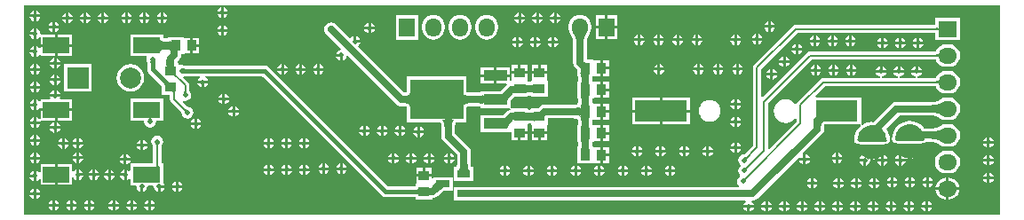
<source format=gbl>
G04*
G04 #@! TF.GenerationSoftware,Altium Limited,Altium Designer,19.0.4 (130)*
G04*
G04 Layer_Physical_Order=2*
G04 Layer_Color=16711680*
%FSLAX44Y44*%
%MOMM*%
G71*
G01*
G75*
%ADD10C,0.5000*%
%ADD12C,0.2000*%
%ADD13C,0.2540*%
%ADD17R,0.9300X0.9800*%
%ADD21R,0.9800X0.9300*%
%ADD34C,1.0000*%
%ADD35C,0.7000*%
%ADD36C,0.4000*%
%ADD37R,1.5240X1.7780*%
%ADD38O,1.5240X1.7780*%
%ADD39O,1.7780X1.5240*%
%ADD40R,1.7780X1.5240*%
%ADD41C,2.0000*%
%ADD42R,2.0000X2.0000*%
%ADD43C,0.5080*%
%ADD44R,4.0000X2.0000*%
%ADD45R,5.0000X2.0000*%
%ADD46R,1.2500X0.7000*%
%ADD47R,2.2860X1.0160*%
%ADD48R,5.0800X3.8100*%
%ADD49R,2.5000X1.5000*%
G36*
X930000Y0D02*
X0D01*
Y200000D01*
X930000D01*
Y0D01*
D02*
G37*
%LPC*%
G36*
X190099Y197927D02*
Y194270D01*
X193756D01*
X193614Y194982D01*
X192491Y196663D01*
X190811Y197785D01*
X190099Y197927D01*
D02*
G37*
G36*
X187559D02*
X186847Y197785D01*
X185166Y196663D01*
X184044Y194982D01*
X183902Y194270D01*
X187559D01*
Y197927D01*
D02*
G37*
G36*
X11270Y194695D02*
Y191038D01*
X14927D01*
X14785Y191750D01*
X13663Y193430D01*
X11982Y194553D01*
X11270Y194695D01*
D02*
G37*
G36*
X8730D02*
X8018Y194553D01*
X6338Y193430D01*
X5215Y191750D01*
X5073Y191038D01*
X8730D01*
Y194695D01*
D02*
G37*
G36*
X507270Y192927D02*
Y189270D01*
X510927D01*
X510785Y189982D01*
X509663Y191663D01*
X507982Y192785D01*
X507270Y192927D01*
D02*
G37*
G36*
X504730D02*
X504018Y192785D01*
X502337Y191663D01*
X501215Y189982D01*
X501073Y189270D01*
X504730D01*
Y192927D01*
D02*
G37*
G36*
X490316D02*
Y189270D01*
X493973D01*
X493832Y189982D01*
X492709Y191663D01*
X491029Y192785D01*
X490316Y192927D01*
D02*
G37*
G36*
X487776D02*
X487064Y192785D01*
X485384Y191663D01*
X484261Y189982D01*
X484119Y189270D01*
X487776D01*
Y192927D01*
D02*
G37*
G36*
X473363D02*
Y189270D01*
X477020D01*
X476878Y189982D01*
X475755Y191663D01*
X474075Y192785D01*
X473363Y192927D01*
D02*
G37*
G36*
X470823D02*
X470111Y192785D01*
X468430Y191663D01*
X467308Y189982D01*
X467166Y189270D01*
X470823D01*
Y192927D01*
D02*
G37*
G36*
X132574D02*
Y189270D01*
X136231D01*
X136089Y189982D01*
X134967Y191663D01*
X133286Y192785D01*
X132574Y192927D01*
D02*
G37*
G36*
X130034D02*
X129322Y192785D01*
X127642Y191663D01*
X126519Y189982D01*
X126377Y189270D01*
X130034D01*
Y192927D01*
D02*
G37*
G36*
X115621D02*
Y189270D01*
X119277D01*
X119136Y189982D01*
X118013Y191663D01*
X116333Y192785D01*
X115621Y192927D01*
D02*
G37*
G36*
X113081D02*
X112368Y192785D01*
X110688Y191663D01*
X109565Y189982D01*
X109424Y189270D01*
X113081D01*
Y192927D01*
D02*
G37*
G36*
X98667D02*
Y189270D01*
X102324D01*
X102182Y189982D01*
X101060Y191663D01*
X99379Y192785D01*
X98667Y192927D01*
D02*
G37*
G36*
X96127D02*
X95415Y192785D01*
X93735Y191663D01*
X92612Y189982D01*
X92470Y189270D01*
X96127D01*
Y192927D01*
D02*
G37*
G36*
X76177D02*
Y189270D01*
X79834D01*
X79692Y189982D01*
X78570Y191663D01*
X76889Y192785D01*
X76177Y192927D01*
D02*
G37*
G36*
X73637D02*
X72925Y192785D01*
X71245Y191663D01*
X70122Y189982D01*
X69980Y189270D01*
X73637D01*
Y192927D01*
D02*
G37*
G36*
X59224D02*
Y189270D01*
X62881D01*
X62739Y189982D01*
X61616Y191663D01*
X59936Y192785D01*
X59224Y192927D01*
D02*
G37*
G36*
X56684D02*
X55971Y192785D01*
X54291Y191663D01*
X53168Y189982D01*
X53027Y189270D01*
X56684D01*
Y192927D01*
D02*
G37*
G36*
X42270D02*
Y189270D01*
X45927D01*
X45785Y189982D01*
X44662Y191663D01*
X42982Y192785D01*
X42270Y192927D01*
D02*
G37*
G36*
X39730D02*
X39018Y192785D01*
X37338Y191663D01*
X36215Y189982D01*
X36073Y189270D01*
X39730D01*
Y192927D01*
D02*
G37*
G36*
X193756Y191730D02*
X190099D01*
Y188073D01*
X190811Y188215D01*
X192491Y189338D01*
X193614Y191018D01*
X193756Y191730D01*
D02*
G37*
G36*
X187559D02*
X183902D01*
X184044Y191018D01*
X185166Y189338D01*
X186847Y188215D01*
X187559Y188073D01*
Y191730D01*
D02*
G37*
G36*
X14927Y188498D02*
X11270D01*
Y184841D01*
X11982Y184982D01*
X13663Y186105D01*
X14785Y187786D01*
X14927Y188498D01*
D02*
G37*
G36*
X8730D02*
X5073D01*
X5215Y187786D01*
X6338Y186105D01*
X8018Y184982D01*
X8730Y184841D01*
Y188498D01*
D02*
G37*
G36*
X510927Y186730D02*
X507270D01*
Y183073D01*
X507982Y183215D01*
X509663Y184338D01*
X510785Y186018D01*
X510927Y186730D01*
D02*
G37*
G36*
X504730D02*
X501073D01*
X501215Y186018D01*
X502337Y184338D01*
X504018Y183215D01*
X504730Y183073D01*
Y186730D01*
D02*
G37*
G36*
X493973D02*
X490316D01*
Y183073D01*
X491029Y183215D01*
X492709Y184338D01*
X493832Y186018D01*
X493973Y186730D01*
D02*
G37*
G36*
X487776D02*
X484119D01*
X484261Y186018D01*
X485384Y184338D01*
X487064Y183215D01*
X487776Y183073D01*
Y186730D01*
D02*
G37*
G36*
X477020D02*
X473363D01*
Y183073D01*
X474075Y183215D01*
X475755Y184338D01*
X476878Y186018D01*
X477020Y186730D01*
D02*
G37*
G36*
X470823D02*
X467166D01*
X467308Y186018D01*
X468430Y184338D01*
X470111Y183215D01*
X470823Y183073D01*
Y186730D01*
D02*
G37*
G36*
X136231D02*
X132574D01*
Y183073D01*
X133286Y183215D01*
X134967Y184338D01*
X136089Y186018D01*
X136231Y186730D01*
D02*
G37*
G36*
X130034D02*
X126377D01*
X126519Y186018D01*
X127642Y184338D01*
X129322Y183215D01*
X130034Y183073D01*
Y186730D01*
D02*
G37*
G36*
X119277D02*
X115621D01*
Y183073D01*
X116333Y183215D01*
X118013Y184338D01*
X119136Y186018D01*
X119277Y186730D01*
D02*
G37*
G36*
X113081D02*
X109424D01*
X109565Y186018D01*
X110688Y184338D01*
X112368Y183215D01*
X113081Y183073D01*
Y186730D01*
D02*
G37*
G36*
X102324D02*
X98667D01*
Y183073D01*
X99379Y183215D01*
X101060Y184338D01*
X102182Y186018D01*
X102324Y186730D01*
D02*
G37*
G36*
X96127D02*
X92470D01*
X92612Y186018D01*
X93735Y184338D01*
X95415Y183215D01*
X96127Y183073D01*
Y186730D01*
D02*
G37*
G36*
X79834D02*
X76177D01*
Y183073D01*
X76889Y183215D01*
X78570Y184338D01*
X79692Y186018D01*
X79834Y186730D01*
D02*
G37*
G36*
X73637D02*
X69980D01*
X70122Y186018D01*
X71245Y184338D01*
X72925Y183215D01*
X73637Y183073D01*
Y186730D01*
D02*
G37*
G36*
X62881D02*
X59224D01*
Y183073D01*
X59936Y183215D01*
X61616Y184338D01*
X62739Y186018D01*
X62881Y186730D01*
D02*
G37*
G36*
X56684D02*
X53027D01*
X53168Y186018D01*
X54291Y184338D01*
X55971Y183215D01*
X56684Y183073D01*
Y186730D01*
D02*
G37*
G36*
X45927D02*
X42270D01*
Y183073D01*
X42982Y183215D01*
X44662Y184338D01*
X45785Y186018D01*
X45927Y186730D01*
D02*
G37*
G36*
X39730D02*
X36073D01*
X36215Y186018D01*
X37338Y184338D01*
X39018Y183215D01*
X39730Y183073D01*
Y186730D01*
D02*
G37*
G36*
X891890Y188020D02*
X868110D01*
Y181478D01*
X735400D01*
X735400Y181478D01*
X733839Y181168D01*
X732516Y180284D01*
X695586Y143354D01*
X694702Y142031D01*
X694392Y140470D01*
X694392Y140470D01*
Y66177D01*
X685935Y57721D01*
X685897Y57707D01*
X685809Y57681D01*
X685401Y57592D01*
X685159Y57553D01*
X684846Y57437D01*
X683838Y57236D01*
X682006Y56012D01*
X680781Y54180D01*
X680351Y52018D01*
X680781Y49856D01*
X682006Y48024D01*
X682574Y47644D01*
Y46374D01*
X682006Y45994D01*
X680781Y44162D01*
X680351Y42000D01*
X680781Y39838D01*
X682006Y38006D01*
X681868Y36570D01*
X681006Y35994D01*
X679781Y34162D01*
X679352Y32000D01*
X679781Y29838D01*
X681006Y28006D01*
X681275Y27826D01*
X680890Y26556D01*
X419000D01*
X418574Y26500D01*
X409750D01*
Y13500D01*
X418574D01*
X419000Y13444D01*
X687182D01*
X687567Y12174D01*
X686802Y11662D01*
X685679Y9982D01*
X685537Y9270D01*
X695391D01*
X695250Y9982D01*
X694127Y11662D01*
X693362Y12174D01*
X693747Y13444D01*
X694000D01*
X695697Y13667D01*
X697278Y14322D01*
X698636Y15364D01*
X737604Y54332D01*
X737982Y54130D01*
X742515D01*
Y58663D01*
X742313Y59041D01*
X760336Y77064D01*
X761378Y78422D01*
X762033Y80003D01*
X762256Y81700D01*
Y82003D01*
X762258Y82010D01*
X762290Y83245D01*
X762377Y84224D01*
X762507Y85010D01*
X762664Y85590D01*
X762813Y85955D01*
X762860Y86032D01*
X763020Y86048D01*
X763057Y86060D01*
X796669D01*
X796941Y86060D01*
X797395Y84790D01*
X795942Y83598D01*
X793822Y81014D01*
X792246Y78066D01*
X791276Y74867D01*
X790949Y71555D01*
X790946Y71540D01*
X790946D01*
X791278Y69874D01*
X792222Y68461D01*
X793634Y67518D01*
X795300Y67186D01*
X802750D01*
X802997Y66460D01*
X813003Y66460D01*
X813250Y67186D01*
X820700D01*
X822366Y67518D01*
X823779Y68461D01*
X824722Y69874D01*
X825054Y71540D01*
X825054D01*
X825051Y71555D01*
X824725Y74867D01*
X823754Y78066D01*
X823395Y78737D01*
X823338Y78893D01*
X823279Y78956D01*
X823245Y79035D01*
X823205Y79093D01*
X822178Y81014D01*
X821375Y81993D01*
X834026Y94644D01*
X864913D01*
X864922Y94642D01*
X866025Y94616D01*
X866992Y94543D01*
X867894Y94424D01*
X868733Y94261D01*
X869509Y94058D01*
X870224Y93816D01*
X870882Y93538D01*
X871485Y93224D01*
X872040Y92876D01*
X872655Y92414D01*
X872869Y92311D01*
X873374Y91923D01*
X875958Y90853D01*
X878730Y90488D01*
X881270D01*
X884042Y90853D01*
X886626Y91923D01*
X888844Y93626D01*
X890547Y95844D01*
X891617Y98428D01*
X891982Y101200D01*
X891617Y103972D01*
X890547Y106556D01*
X888844Y108774D01*
X886626Y110477D01*
X884042Y111547D01*
X881270Y111912D01*
X878730D01*
X875958Y111547D01*
X873374Y110477D01*
X872869Y110089D01*
X872655Y109986D01*
X872040Y109524D01*
X871485Y109176D01*
X870882Y108862D01*
X870224Y108584D01*
X869509Y108342D01*
X868733Y108139D01*
X867937Y107985D01*
X865983Y107783D01*
X864922Y107758D01*
X864913Y107756D01*
X831310D01*
X829613Y107533D01*
X828032Y106878D01*
X826674Y105836D01*
X809469Y88631D01*
X808622Y88531D01*
X808000Y88592D01*
X804673Y88264D01*
X803599Y87938D01*
X803538Y87931D01*
X803456Y87905D01*
X803370Y87907D01*
X802919Y87732D01*
X801474Y87294D01*
X798914Y85926D01*
X797890Y86462D01*
X797700Y86683D01*
X797700Y86970D01*
X797700D01*
X797700Y87016D01*
Y112060D01*
X754487D01*
X754001Y113233D01*
X763289Y122522D01*
X868924D01*
X869453Y121244D01*
X871156Y119026D01*
X873374Y117323D01*
X875958Y116253D01*
X878730Y115888D01*
X881270D01*
X884042Y116253D01*
X886626Y117323D01*
X888844Y119026D01*
X890547Y121244D01*
X891617Y123828D01*
X891982Y126600D01*
X891617Y129372D01*
X890547Y131956D01*
X888844Y134174D01*
X886626Y135877D01*
X884042Y136947D01*
X881270Y137312D01*
X878730D01*
X875958Y136947D01*
X873374Y135877D01*
X871156Y134174D01*
X869453Y131956D01*
X868924Y130678D01*
X851354D01*
X851229Y131948D01*
X852568Y132215D01*
X854249Y133337D01*
X855371Y135018D01*
X855513Y135730D01*
X845659D01*
X845801Y135018D01*
X846924Y133337D01*
X848604Y132215D01*
X849943Y131948D01*
X849818Y130678D01*
X834400D01*
X834275Y131948D01*
X835615Y132215D01*
X837295Y133337D01*
X838418Y135018D01*
X838559Y135730D01*
X828706D01*
X828847Y135018D01*
X829970Y133337D01*
X831650Y132215D01*
X832990Y131948D01*
X832865Y130678D01*
X817447D01*
X817322Y131948D01*
X818661Y132215D01*
X820341Y133337D01*
X821464Y135018D01*
X821606Y135730D01*
X811752D01*
X811894Y135018D01*
X813017Y133337D01*
X814697Y132215D01*
X816036Y131948D01*
X815911Y130678D01*
X761600D01*
X760039Y130368D01*
X758716Y129484D01*
X758716Y129484D01*
X737116Y107884D01*
X736232Y106561D01*
X736162Y106208D01*
X734804Y105891D01*
X733878Y107098D01*
X731524Y108904D01*
X728782Y110040D01*
X725840Y110427D01*
X722898Y110040D01*
X720156Y108904D01*
X717802Y107098D01*
X715996Y104744D01*
X714860Y102002D01*
X714473Y99060D01*
X714860Y96118D01*
X715996Y93376D01*
X717802Y91022D01*
X720156Y89216D01*
X722898Y88080D01*
X725840Y87693D01*
X728782Y88080D01*
X731524Y89216D01*
X733878Y91022D01*
X734652Y92030D01*
X735922Y91599D01*
Y88689D01*
X710252Y63019D01*
X709078Y63505D01*
Y106311D01*
X750689Y147922D01*
X868924D01*
X869453Y146644D01*
X871156Y144426D01*
X873374Y142724D01*
X875958Y141653D01*
X878730Y141288D01*
X881270D01*
X884042Y141653D01*
X886626Y142724D01*
X888844Y144426D01*
X890547Y146644D01*
X891617Y149228D01*
X891982Y152000D01*
X891617Y154772D01*
X890547Y157356D01*
X888844Y159574D01*
X886626Y161277D01*
X884042Y162347D01*
X881270Y162712D01*
X878730D01*
X875958Y162347D01*
X873374Y161277D01*
X871156Y159574D01*
X869453Y157356D01*
X868924Y156078D01*
X749000D01*
X749000Y156078D01*
X747439Y155768D01*
X746116Y154884D01*
X746116Y154884D01*
X703722Y112490D01*
X702549Y112976D01*
Y138781D01*
X737089Y173322D01*
X868110D01*
Y166780D01*
X891890D01*
Y188020D01*
D02*
G37*
G36*
X711728Y184601D02*
Y180944D01*
X715385D01*
X715243Y181657D01*
X714121Y183337D01*
X712440Y184460D01*
X711728Y184601D01*
D02*
G37*
G36*
X709188D02*
X708476Y184460D01*
X706796Y183337D01*
X705673Y181657D01*
X705531Y180944D01*
X709188D01*
Y184601D01*
D02*
G37*
G36*
X29270Y184127D02*
Y180470D01*
X32927D01*
X32785Y181182D01*
X31662Y182862D01*
X29982Y183985D01*
X29270Y184127D01*
D02*
G37*
G36*
X26730D02*
X26018Y183985D01*
X24337Y182862D01*
X23215Y181182D01*
X23073Y180470D01*
X26730D01*
Y184127D01*
D02*
G37*
G36*
X565160Y190430D02*
X556270D01*
Y180270D01*
X565160D01*
Y190430D01*
D02*
G37*
G36*
X553730D02*
X544840D01*
Y180270D01*
X553730D01*
Y190430D01*
D02*
G37*
G36*
X330270Y183162D02*
Y179505D01*
X333927D01*
X333785Y180217D01*
X332663Y181897D01*
X330982Y183020D01*
X330270Y183162D01*
D02*
G37*
G36*
X327730D02*
X327018Y183020D01*
X325337Y181897D01*
X324215Y180217D01*
X324073Y179505D01*
X327730D01*
Y183162D01*
D02*
G37*
G36*
X190099Y180973D02*
Y177316D01*
X193756D01*
X193614Y178029D01*
X192491Y179709D01*
X190811Y180832D01*
X190099Y180973D01*
D02*
G37*
G36*
X187559D02*
X186847Y180832D01*
X185166Y179709D01*
X184044Y178029D01*
X183902Y177316D01*
X187559D01*
Y180973D01*
D02*
G37*
G36*
X715385Y178405D02*
X711728D01*
Y174748D01*
X712440Y174889D01*
X714121Y176012D01*
X715243Y177692D01*
X715385Y178405D01*
D02*
G37*
G36*
X709188D02*
X705531D01*
X705673Y177692D01*
X706796Y176012D01*
X708476Y174889D01*
X709188Y174748D01*
Y178405D01*
D02*
G37*
G36*
X32927Y177930D02*
X29270D01*
Y174273D01*
X29982Y174415D01*
X31662Y175537D01*
X32785Y177218D01*
X32927Y177930D01*
D02*
G37*
G36*
X26730D02*
X23073D01*
X23215Y177218D01*
X24337Y175537D01*
X26018Y174415D01*
X26730Y174273D01*
Y177930D01*
D02*
G37*
G36*
X8730Y177741D02*
X8018Y177599D01*
X6338Y176477D01*
X5215Y174796D01*
X5073Y174084D01*
X8730D01*
Y177741D01*
D02*
G37*
G36*
X333927Y176965D02*
X330270D01*
Y173308D01*
X330982Y173449D01*
X332663Y174572D01*
X333785Y176253D01*
X333927Y176965D01*
D02*
G37*
G36*
X327730D02*
X324073D01*
X324215Y176253D01*
X325337Y174572D01*
X327018Y173449D01*
X327730Y173308D01*
Y176965D01*
D02*
G37*
G36*
X193756Y174776D02*
X190099D01*
Y171119D01*
X190811Y171261D01*
X192491Y172384D01*
X193614Y174064D01*
X193756Y174776D01*
D02*
G37*
G36*
X187559D02*
X183902D01*
X184044Y174064D01*
X185166Y172384D01*
X186847Y171261D01*
X187559Y171119D01*
Y174776D01*
D02*
G37*
G36*
X699740Y172613D02*
Y168957D01*
X703397D01*
X703255Y169669D01*
X702133Y171349D01*
X700452Y172472D01*
X699740Y172613D01*
D02*
G37*
G36*
X697200D02*
X696488Y172472D01*
X694808Y171349D01*
X693685Y169669D01*
X693543Y168957D01*
X697200D01*
Y172613D01*
D02*
G37*
G36*
X679270Y171909D02*
Y168252D01*
X682927D01*
X682785Y168964D01*
X681663Y170645D01*
X679982Y171767D01*
X679270Y171909D01*
D02*
G37*
G36*
X676730D02*
X676018Y171767D01*
X674337Y170645D01*
X673215Y168964D01*
X673073Y168252D01*
X676730D01*
Y171909D01*
D02*
G37*
G36*
X642507D02*
Y168252D01*
X646164D01*
X646022Y168964D01*
X644900Y170645D01*
X643219Y171767D01*
X642507Y171909D01*
D02*
G37*
G36*
X639967D02*
X639255Y171767D01*
X637575Y170645D01*
X636452Y168964D01*
X636310Y168252D01*
X639967D01*
Y171909D01*
D02*
G37*
G36*
X624126D02*
Y168252D01*
X627783D01*
X627641Y168964D01*
X626518Y170645D01*
X624838Y171767D01*
X624126Y171909D01*
D02*
G37*
G36*
X621586D02*
X620874Y171767D01*
X619193Y170645D01*
X618070Y168964D01*
X617929Y168252D01*
X621586D01*
Y171909D01*
D02*
G37*
G36*
X605744D02*
Y168252D01*
X609401D01*
X609260Y168964D01*
X608137Y170645D01*
X606456Y171767D01*
X605744Y171909D01*
D02*
G37*
G36*
X603204D02*
X602492Y171767D01*
X600812Y170645D01*
X599689Y168964D01*
X599547Y168252D01*
X603204D01*
Y171909D01*
D02*
G37*
G36*
X587363D02*
Y168252D01*
X591020D01*
X590878Y168964D01*
X589755Y170645D01*
X588075Y171767D01*
X587363Y171909D01*
D02*
G37*
G36*
X584823D02*
X584111Y171767D01*
X582430Y170645D01*
X581308Y168964D01*
X581166Y168252D01*
X584823D01*
Y171909D01*
D02*
G37*
G36*
X8730Y171544D02*
X5073D01*
X5215Y170832D01*
X6338Y169152D01*
X8018Y168029D01*
X8730Y167887D01*
Y171544D01*
D02*
G37*
G36*
X565160Y177730D02*
X556270D01*
Y167570D01*
X565160D01*
Y177730D01*
D02*
G37*
G36*
X553730D02*
X544840D01*
Y167570D01*
X553730D01*
Y177730D01*
D02*
G37*
G36*
X788671Y170927D02*
Y167270D01*
X792327D01*
X792186Y167982D01*
X791063Y169662D01*
X789383Y170785D01*
X788671Y170927D01*
D02*
G37*
G36*
X786131D02*
X785418Y170785D01*
X783738Y169662D01*
X782615Y167982D01*
X782474Y167270D01*
X786131D01*
Y170927D01*
D02*
G37*
G36*
X771717D02*
Y167270D01*
X775374D01*
X775232Y167982D01*
X774109Y169662D01*
X772429Y170785D01*
X771717Y170927D01*
D02*
G37*
G36*
X769177D02*
X768465Y170785D01*
X766785Y169662D01*
X765662Y167982D01*
X765520Y167270D01*
X769177D01*
Y170927D01*
D02*
G37*
G36*
X754763D02*
Y167270D01*
X758420D01*
X758279Y167982D01*
X757156Y169662D01*
X755475Y170785D01*
X754763Y170927D01*
D02*
G37*
G36*
X752223D02*
X751511Y170785D01*
X749831Y169662D01*
X748708Y167982D01*
X748567Y167270D01*
X752223D01*
Y170927D01*
D02*
G37*
G36*
X375220Y190890D02*
X353980D01*
Y167110D01*
X375220D01*
Y190890D01*
D02*
G37*
G36*
X440800Y190982D02*
X438028Y190617D01*
X435444Y189547D01*
X433226Y187844D01*
X431524Y185626D01*
X430453Y183042D01*
X430088Y180270D01*
Y177730D01*
X430453Y174958D01*
X431524Y172374D01*
X433226Y170156D01*
X435444Y168453D01*
X438028Y167383D01*
X440800Y167018D01*
X443572Y167383D01*
X446156Y168453D01*
X448374Y170156D01*
X450077Y172374D01*
X451147Y174958D01*
X451512Y177730D01*
Y180270D01*
X451147Y183042D01*
X450077Y185626D01*
X448374Y187844D01*
X446156Y189547D01*
X443572Y190617D01*
X440800Y190982D01*
D02*
G37*
G36*
X415400D02*
X412628Y190617D01*
X410044Y189547D01*
X407826Y187844D01*
X406123Y185626D01*
X405053Y183042D01*
X404688Y180270D01*
Y177730D01*
X405053Y174958D01*
X406123Y172374D01*
X407826Y170156D01*
X410044Y168453D01*
X412628Y167383D01*
X415400Y167018D01*
X418172Y167383D01*
X420756Y168453D01*
X422974Y170156D01*
X424677Y172374D01*
X425747Y174958D01*
X426112Y177730D01*
Y180270D01*
X425747Y183042D01*
X424677Y185626D01*
X422974Y187844D01*
X420756Y189547D01*
X418172Y190617D01*
X415400Y190982D01*
D02*
G37*
G36*
X390000D02*
X387228Y190617D01*
X384644Y189547D01*
X382426Y187844D01*
X380723Y185626D01*
X379653Y183042D01*
X379288Y180270D01*
Y177730D01*
X379653Y174958D01*
X380723Y172374D01*
X382426Y170156D01*
X384644Y168453D01*
X387228Y167383D01*
X390000Y167018D01*
X392772Y167383D01*
X395356Y168453D01*
X397574Y170156D01*
X399277Y172374D01*
X400347Y174958D01*
X400712Y177730D01*
Y180270D01*
X400347Y183042D01*
X399277Y185626D01*
X397574Y187844D01*
X395356Y189547D01*
X392772Y190617D01*
X390000Y190982D01*
D02*
G37*
G36*
X316528Y170462D02*
Y166805D01*
X320185D01*
X320043Y167517D01*
X318920Y169197D01*
X317240Y170320D01*
X316528Y170462D01*
D02*
G37*
G36*
X505270Y169927D02*
Y166270D01*
X508927D01*
X508785Y166982D01*
X507663Y168662D01*
X505982Y169785D01*
X505270Y169927D01*
D02*
G37*
G36*
X502730D02*
X502018Y169785D01*
X500337Y168662D01*
X499215Y166982D01*
X499073Y166270D01*
X502730D01*
Y169927D01*
D02*
G37*
G36*
X488316D02*
Y166270D01*
X491973D01*
X491832Y166982D01*
X490709Y168662D01*
X489029Y169785D01*
X488316Y169927D01*
D02*
G37*
G36*
X485776D02*
X485064Y169785D01*
X483384Y168662D01*
X482261Y166982D01*
X482119Y166270D01*
X485776D01*
Y169927D01*
D02*
G37*
G36*
X471363D02*
Y166270D01*
X475020D01*
X474878Y166982D01*
X473755Y168662D01*
X472075Y169785D01*
X471363Y169927D01*
D02*
G37*
G36*
X468823D02*
X468111Y169785D01*
X466430Y168662D01*
X465308Y166982D01*
X465166Y166270D01*
X468823D01*
Y169927D01*
D02*
G37*
G36*
X853270Y168927D02*
Y165270D01*
X856927D01*
X856785Y165982D01*
X855663Y167663D01*
X853982Y168785D01*
X853270Y168927D01*
D02*
G37*
G36*
X850730D02*
X850018Y168785D01*
X848337Y167663D01*
X847215Y165982D01*
X847073Y165270D01*
X850730D01*
Y168927D01*
D02*
G37*
G36*
X836316D02*
Y165270D01*
X839973D01*
X839832Y165982D01*
X838709Y167663D01*
X837029Y168785D01*
X836316Y168927D01*
D02*
G37*
G36*
X833776D02*
X833064Y168785D01*
X831384Y167663D01*
X830261Y165982D01*
X830119Y165270D01*
X833776D01*
Y168927D01*
D02*
G37*
G36*
X819363D02*
Y165270D01*
X823020D01*
X822878Y165982D01*
X821755Y167663D01*
X820075Y168785D01*
X819363Y168927D01*
D02*
G37*
G36*
X816823D02*
X816111Y168785D01*
X814430Y167663D01*
X813308Y165982D01*
X813166Y165270D01*
X816823D01*
Y168927D01*
D02*
G37*
G36*
X45360Y171760D02*
X31590D01*
Y162990D01*
X45360D01*
Y171760D01*
D02*
G37*
G36*
X11270Y177741D02*
Y172814D01*
Y167887D01*
X11982Y168029D01*
X13663Y169152D01*
X14010Y169672D01*
X15280Y169286D01*
Y162990D01*
X29050D01*
Y171760D01*
X16265D01*
X15180Y172814D01*
X15148Y172975D01*
X14785Y174796D01*
X13663Y176477D01*
X11982Y177599D01*
X11270Y177741D01*
D02*
G37*
G36*
X703397Y166416D02*
X699740D01*
Y162760D01*
X700452Y162901D01*
X702133Y164024D01*
X703255Y165704D01*
X703397Y166416D01*
D02*
G37*
G36*
X697200D02*
X693543D01*
X693685Y165704D01*
X694808Y164024D01*
X696488Y162901D01*
X697200Y162760D01*
Y166416D01*
D02*
G37*
G36*
X160670Y168880D02*
Y162710D01*
X166590D01*
Y168880D01*
X160670D01*
D02*
G37*
G36*
X682927Y165712D02*
X679270D01*
Y162055D01*
X679982Y162197D01*
X681663Y163320D01*
X682785Y165000D01*
X682927Y165712D01*
D02*
G37*
G36*
X676730D02*
X673073D01*
X673215Y165000D01*
X674337Y163320D01*
X676018Y162197D01*
X676730Y162055D01*
Y165712D01*
D02*
G37*
G36*
X646164D02*
X642507D01*
Y162055D01*
X643219Y162197D01*
X644900Y163320D01*
X646022Y165000D01*
X646164Y165712D01*
D02*
G37*
G36*
X639967D02*
X636310D01*
X636452Y165000D01*
X637575Y163320D01*
X639255Y162197D01*
X639967Y162055D01*
Y165712D01*
D02*
G37*
G36*
X627783D02*
X624126D01*
Y162055D01*
X624838Y162197D01*
X626518Y163320D01*
X627641Y165000D01*
X627783Y165712D01*
D02*
G37*
G36*
X621586D02*
X617929D01*
X618070Y165000D01*
X619193Y163320D01*
X620874Y162197D01*
X621586Y162055D01*
Y165712D01*
D02*
G37*
G36*
X609401D02*
X605744D01*
Y162055D01*
X606456Y162197D01*
X608137Y163320D01*
X609260Y165000D01*
X609401Y165712D01*
D02*
G37*
G36*
X603204D02*
X599547D01*
X599689Y165000D01*
X600812Y163320D01*
X602492Y162197D01*
X603204Y162055D01*
Y165712D01*
D02*
G37*
G36*
X591020D02*
X587363D01*
Y162055D01*
X588075Y162197D01*
X589755Y163320D01*
X590878Y165000D01*
X591020Y165712D01*
D02*
G37*
G36*
X584823D02*
X581166D01*
X581308Y165000D01*
X582430Y163320D01*
X584111Y162197D01*
X584823Y162055D01*
Y165712D01*
D02*
G37*
G36*
X792327Y164730D02*
X788671D01*
Y161073D01*
X789383Y161215D01*
X791063Y162337D01*
X792186Y164018D01*
X792327Y164730D01*
D02*
G37*
G36*
X786131D02*
X782474D01*
X782615Y164018D01*
X783738Y162337D01*
X785418Y161215D01*
X786131Y161073D01*
Y164730D01*
D02*
G37*
G36*
X775374D02*
X771717D01*
Y161073D01*
X772429Y161215D01*
X774109Y162337D01*
X775232Y164018D01*
X775374Y164730D01*
D02*
G37*
G36*
X769177D02*
X765520D01*
X765662Y164018D01*
X766785Y162337D01*
X768465Y161215D01*
X769177Y161073D01*
Y164730D01*
D02*
G37*
G36*
X758420D02*
X754763D01*
Y161073D01*
X755475Y161215D01*
X757156Y162337D01*
X758279Y164018D01*
X758420Y164730D01*
D02*
G37*
G36*
X752223D02*
X748567D01*
X748708Y164018D01*
X749831Y162337D01*
X751511Y161215D01*
X752223Y161073D01*
Y164730D01*
D02*
G37*
G36*
X508927Y163730D02*
X505270D01*
Y160073D01*
X505982Y160215D01*
X507663Y161338D01*
X508785Y163018D01*
X508927Y163730D01*
D02*
G37*
G36*
X502730D02*
X499073D01*
X499215Y163018D01*
X500337Y161338D01*
X502018Y160215D01*
X502730Y160073D01*
Y163730D01*
D02*
G37*
G36*
X491973D02*
X488316D01*
Y160073D01*
X489029Y160215D01*
X490709Y161338D01*
X491832Y163018D01*
X491973Y163730D01*
D02*
G37*
G36*
X485776D02*
X482119D01*
X482261Y163018D01*
X483384Y161338D01*
X485064Y160215D01*
X485776Y160073D01*
Y163730D01*
D02*
G37*
G36*
X475020D02*
X471363D01*
Y160073D01*
X472075Y160215D01*
X473755Y161338D01*
X474878Y163018D01*
X475020Y163730D01*
D02*
G37*
G36*
X468823D02*
X465166D01*
X465308Y163018D01*
X466430Y161338D01*
X468111Y160215D01*
X468823Y160073D01*
Y163730D01*
D02*
G37*
G36*
X737668Y162927D02*
Y159270D01*
X741325D01*
X741183Y159982D01*
X740061Y161663D01*
X738380Y162785D01*
X737668Y162927D01*
D02*
G37*
G36*
X735128D02*
X734416Y162785D01*
X732736Y161663D01*
X731613Y159982D01*
X731471Y159270D01*
X735128D01*
Y162927D01*
D02*
G37*
G36*
X856927Y162730D02*
X853270D01*
Y159073D01*
X853982Y159215D01*
X855663Y160338D01*
X856785Y162018D01*
X856927Y162730D01*
D02*
G37*
G36*
X850730D02*
X847073D01*
X847215Y162018D01*
X848337Y160338D01*
X850018Y159215D01*
X850730Y159073D01*
Y162730D01*
D02*
G37*
G36*
X839973D02*
X836316D01*
Y159073D01*
X837029Y159215D01*
X838709Y160338D01*
X839832Y162018D01*
X839973Y162730D01*
D02*
G37*
G36*
X833776D02*
X830119D01*
X830261Y162018D01*
X831384Y160338D01*
X833064Y159215D01*
X833776Y159073D01*
Y162730D01*
D02*
G37*
G36*
X823020D02*
X819363D01*
Y159073D01*
X820075Y159215D01*
X821755Y160338D01*
X822878Y162018D01*
X823020Y162730D01*
D02*
G37*
G36*
X816823D02*
X813166D01*
X813308Y162018D01*
X814430Y160338D01*
X816111Y159215D01*
X816823Y159073D01*
Y162730D01*
D02*
G37*
G36*
X8730Y160788D02*
X8018Y160646D01*
X6338Y159523D01*
X5215Y157843D01*
X5073Y157131D01*
X8730D01*
Y160788D01*
D02*
G37*
G36*
X166590Y160170D02*
X160670D01*
Y154000D01*
X166590D01*
Y160170D01*
D02*
G37*
G36*
X132180Y172220D02*
X101180D01*
Y151220D01*
X116088D01*
X116739Y149950D01*
X116351Y148000D01*
X116782Y145838D01*
X116902Y145658D01*
Y139000D01*
X117290Y137049D01*
X118395Y135395D01*
X130992Y122799D01*
X131100Y122637D01*
Y114350D01*
X138822D01*
Y110100D01*
X138822Y110100D01*
X139132Y108539D01*
X140016Y107216D01*
X149797Y97435D01*
X149810Y97397D01*
X149837Y97309D01*
X149926Y96901D01*
X149965Y96659D01*
X150081Y96346D01*
X150281Y95338D01*
X151506Y93506D01*
X153338Y92281D01*
X155500Y91852D01*
X157662Y92281D01*
X159494Y93506D01*
X160718Y95338D01*
X161148Y97500D01*
X160718Y99662D01*
X159494Y101494D01*
X157662Y102718D01*
X156654Y102919D01*
X156341Y103035D01*
X156099Y103074D01*
X155691Y103163D01*
X155603Y103189D01*
X155565Y103203D01*
X150938Y107829D01*
X151564Y109000D01*
X153338Y108647D01*
X155500Y109077D01*
X157332Y110301D01*
X158557Y112134D01*
X158987Y114295D01*
X158557Y116457D01*
X157986Y117311D01*
X157847Y117615D01*
X157703Y117813D01*
X157478Y118165D01*
X157434Y118245D01*
X157417Y118282D01*
Y123312D01*
X157106Y124872D01*
X156222Y126195D01*
X151425Y130993D01*
X151793Y132208D01*
X152162Y132281D01*
X152342Y132402D01*
X167267D01*
X167652Y131132D01*
X166338Y130254D01*
X165215Y128573D01*
X165073Y127861D01*
X174927D01*
X174785Y128573D01*
X173662Y130254D01*
X172348Y131132D01*
X172733Y132402D01*
X226918D01*
X340925Y18395D01*
X342579Y17290D01*
X344530Y16902D01*
X372973D01*
X373100Y16891D01*
Y14650D01*
X388900D01*
Y15744D01*
X389300D01*
X390997Y15967D01*
X392578Y16622D01*
X393936Y17664D01*
X395159Y18888D01*
X395170Y18895D01*
X396306Y20006D01*
X398264Y21775D01*
X399020Y22381D01*
X399649Y22831D01*
X399928Y23000D01*
X400158D01*
X400210Y22985D01*
X400356Y23000D01*
X400485D01*
X400652Y22976D01*
X400746Y23000D01*
X408251D01*
Y36000D01*
X399427D01*
X399001Y36056D01*
X396500D01*
X396074Y36000D01*
X393137D01*
X393099Y36012D01*
X392972Y36000D01*
X392787D01*
X392621Y36024D01*
X392526Y36000D01*
X389751D01*
Y34273D01*
X389710Y34240D01*
X388440Y34847D01*
Y36430D01*
X381000D01*
X373560D01*
Y30510D01*
X373100Y29950D01*
X373100D01*
Y27109D01*
X372973Y27098D01*
X346642D01*
X232635Y141105D01*
X230981Y142210D01*
X229030Y142598D01*
X152342D01*
X152162Y142718D01*
X150000Y143148D01*
X148170Y142785D01*
X147195Y143336D01*
X146900Y143619D01*
Y145050D01*
X145751D01*
X145663Y146391D01*
X147486Y148214D01*
X148528Y149572D01*
X149183Y151153D01*
X149390Y152732D01*
X149409Y152818D01*
X149416Y153540D01*
X151650Y153540D01*
X152729Y154000D01*
X152920D01*
X158130D01*
Y161440D01*
Y168880D01*
X152729D01*
X151650Y169340D01*
X151131Y169340D01*
X139523D01*
X139381Y169368D01*
X139238Y169340D01*
X139202D01*
X139070Y169353D01*
X139030Y169340D01*
X136350D01*
Y168358D01*
X134463Y168216D01*
X134003Y168257D01*
X133212Y168388D01*
X132627Y168545D01*
X132257Y168695D01*
X132180Y168743D01*
Y172220D01*
D02*
G37*
G36*
X741325Y156730D02*
X737668D01*
Y153073D01*
X738380Y153215D01*
X740061Y154338D01*
X741183Y156018D01*
X741325Y156730D01*
D02*
G37*
G36*
X735128D02*
X731471D01*
X731613Y156018D01*
X732736Y154338D01*
X734416Y153215D01*
X735128Y153073D01*
Y156730D01*
D02*
G37*
G36*
X45360Y160450D02*
X31590D01*
Y151680D01*
X45360D01*
Y160450D01*
D02*
G37*
G36*
X11270Y160788D02*
Y155861D01*
Y150934D01*
X11982Y151075D01*
X13663Y152198D01*
X14010Y152718D01*
X15280Y152333D01*
Y151680D01*
X29050D01*
Y160450D01*
X15280D01*
Y159388D01*
X14010Y159003D01*
X13663Y159523D01*
X11982Y160646D01*
X11270Y160788D01*
D02*
G37*
G36*
X8730Y154591D02*
X5073D01*
X5215Y153878D01*
X6338Y152198D01*
X8018Y151075D01*
X8730Y150934D01*
Y154591D01*
D02*
G37*
G36*
X300730Y151007D02*
X297073D01*
X297215Y150295D01*
X298337Y148614D01*
X300018Y147491D01*
X300730Y147350D01*
Y151007D01*
D02*
G37*
G36*
X725680Y150939D02*
Y147282D01*
X729337D01*
X729195Y147994D01*
X728073Y149675D01*
X726392Y150797D01*
X725680Y150939D01*
D02*
G37*
G36*
X723140D02*
X722428Y150797D01*
X720748Y149675D01*
X719625Y147994D01*
X719483Y147282D01*
X723140D01*
Y150939D01*
D02*
G37*
G36*
X30540Y149654D02*
Y145997D01*
X34197D01*
X34055Y146709D01*
X32933Y148389D01*
X31252Y149512D01*
X30540Y149654D01*
D02*
G37*
G36*
X28000D02*
X27288Y149512D01*
X25608Y148389D01*
X24485Y146709D01*
X24343Y145997D01*
X28000D01*
Y149654D01*
D02*
G37*
G36*
X551270Y147440D02*
Y141270D01*
X557190D01*
Y147440D01*
X551270D01*
D02*
G37*
G36*
X729337Y144742D02*
X725680D01*
Y141085D01*
X726392Y141227D01*
X728073Y142350D01*
X729195Y144030D01*
X729337Y144742D01*
D02*
G37*
G36*
X723140D02*
X719483D01*
X719625Y144030D01*
X720748Y142350D01*
X722428Y141227D01*
X723140Y141085D01*
Y144742D01*
D02*
G37*
G36*
X681270Y143896D02*
Y140239D01*
X684927D01*
X684785Y140952D01*
X683662Y142632D01*
X681982Y143755D01*
X681270Y143896D01*
D02*
G37*
G36*
X678730D02*
X678018Y143755D01*
X676338Y142632D01*
X675215Y140952D01*
X675073Y140239D01*
X678730D01*
Y143896D01*
D02*
G37*
G36*
X662489D02*
Y140239D01*
X666145D01*
X666004Y140952D01*
X664881Y142632D01*
X663201Y143755D01*
X662489Y143896D01*
D02*
G37*
G36*
X659949D02*
X659237Y143755D01*
X657556Y142632D01*
X656433Y140952D01*
X656292Y140239D01*
X659949D01*
Y143896D01*
D02*
G37*
G36*
X643707D02*
Y140239D01*
X647364D01*
X647222Y140952D01*
X646100Y142632D01*
X644419Y143755D01*
X643707Y143896D01*
D02*
G37*
G36*
X641167D02*
X640455Y143755D01*
X638775Y142632D01*
X637652Y140952D01*
X637510Y140239D01*
X641167D01*
Y143896D01*
D02*
G37*
G36*
X606144D02*
Y140239D01*
X609801D01*
X609660Y140952D01*
X608537Y142632D01*
X606856Y143755D01*
X606144Y143896D01*
D02*
G37*
G36*
X603604D02*
X602892Y143755D01*
X601212Y142632D01*
X600089Y140952D01*
X599947Y140239D01*
X603604D01*
Y143896D01*
D02*
G37*
G36*
X11270Y143834D02*
Y140177D01*
X14927D01*
X14785Y140889D01*
X13663Y142570D01*
X11982Y143692D01*
X11270Y143834D01*
D02*
G37*
G36*
X8730D02*
X8018Y143692D01*
X6338Y142570D01*
X5215Y140889D01*
X5073Y140177D01*
X8730D01*
Y143834D01*
D02*
G37*
G36*
X281270Y143792D02*
Y140136D01*
X284927D01*
X284785Y140848D01*
X283662Y142528D01*
X281982Y143651D01*
X281270Y143792D01*
D02*
G37*
G36*
X278730D02*
X278018Y143651D01*
X276338Y142528D01*
X275215Y140848D01*
X275073Y140136D01*
X278730D01*
Y143792D01*
D02*
G37*
G36*
X264316D02*
Y140136D01*
X267973D01*
X267832Y140848D01*
X266709Y142528D01*
X265028Y143651D01*
X264316Y143792D01*
D02*
G37*
G36*
X261776D02*
X261064Y143651D01*
X259384Y142528D01*
X258261Y140848D01*
X258120Y140136D01*
X261776D01*
Y143792D01*
D02*
G37*
G36*
X247363D02*
Y140136D01*
X251020D01*
X250878Y140848D01*
X249755Y142528D01*
X248075Y143651D01*
X247363Y143792D01*
D02*
G37*
G36*
X244823D02*
X244111Y143651D01*
X242430Y142528D01*
X241308Y140848D01*
X241166Y140136D01*
X244823D01*
Y143792D01*
D02*
G37*
G36*
X34197Y143457D02*
X30540D01*
Y139800D01*
X31252Y139942D01*
X32933Y141064D01*
X34055Y142745D01*
X34197Y143457D01*
D02*
G37*
G36*
X28000D02*
X24343D01*
X24485Y142745D01*
X25608Y141064D01*
X27288Y139942D01*
X28000Y139800D01*
Y143457D01*
D02*
G37*
G36*
X789389Y142927D02*
Y139270D01*
X793046D01*
X792905Y139982D01*
X791782Y141663D01*
X790102Y142785D01*
X789389Y142927D01*
D02*
G37*
G36*
X786850D02*
X786137Y142785D01*
X784457Y141663D01*
X783334Y139982D01*
X783193Y139270D01*
X786850D01*
Y142927D01*
D02*
G37*
G36*
X772436D02*
Y139270D01*
X776093D01*
X775951Y139982D01*
X774828Y141663D01*
X773148Y142785D01*
X772436Y142927D01*
D02*
G37*
G36*
X769896D02*
X769184Y142785D01*
X767503Y141663D01*
X766381Y139982D01*
X766239Y139270D01*
X769896D01*
Y142927D01*
D02*
G37*
G36*
X755482D02*
Y139270D01*
X759139D01*
X758998Y139982D01*
X757875Y141663D01*
X756195Y142785D01*
X755482Y142927D01*
D02*
G37*
G36*
X752942D02*
X752230Y142785D01*
X750550Y141663D01*
X749427Y139982D01*
X749286Y139270D01*
X752942D01*
Y142927D01*
D02*
G37*
G36*
X851856Y141927D02*
Y138270D01*
X855513D01*
X855371Y138982D01*
X854249Y140662D01*
X852568Y141785D01*
X851856Y141927D01*
D02*
G37*
G36*
X849316D02*
X848604Y141785D01*
X846924Y140662D01*
X845801Y138982D01*
X845659Y138270D01*
X849316D01*
Y141927D01*
D02*
G37*
G36*
X834903D02*
Y138270D01*
X838559D01*
X838418Y138982D01*
X837295Y140662D01*
X835615Y141785D01*
X834903Y141927D01*
D02*
G37*
G36*
X832363D02*
X831650Y141785D01*
X829970Y140662D01*
X828847Y138982D01*
X828706Y138270D01*
X832363D01*
Y141927D01*
D02*
G37*
G36*
X817949D02*
Y138270D01*
X821606D01*
X821464Y138982D01*
X820341Y140662D01*
X818661Y141785D01*
X817949Y141927D01*
D02*
G37*
G36*
X815409D02*
X814697Y141785D01*
X813017Y140662D01*
X811894Y138982D01*
X811752Y138270D01*
X815409D01*
Y141927D01*
D02*
G37*
G36*
X479440Y142890D02*
X473270D01*
Y136970D01*
X479440D01*
Y142890D01*
D02*
G37*
G36*
X470730D02*
X464560D01*
Y136970D01*
X470730D01*
Y142890D01*
D02*
G37*
G36*
X498440Y142890D02*
X492270D01*
Y136970D01*
X498440D01*
Y142890D01*
D02*
G37*
G36*
X489730D02*
X483560D01*
Y136970D01*
X489730D01*
Y142890D01*
D02*
G37*
G36*
X713692Y138951D02*
Y135294D01*
X717349D01*
X717207Y136006D01*
X716085Y137687D01*
X714404Y138809D01*
X713692Y138951D01*
D02*
G37*
G36*
X711152D02*
X710440Y138809D01*
X708760Y137687D01*
X707637Y136006D01*
X707495Y135294D01*
X711152D01*
Y138951D01*
D02*
G37*
G36*
X462850Y140480D02*
X450150D01*
Y134130D01*
X462850D01*
Y140480D01*
D02*
G37*
G36*
X447610D02*
X434910D01*
Y134130D01*
X447610D01*
Y140480D01*
D02*
G37*
G36*
X684927Y137699D02*
X681270D01*
Y134043D01*
X681982Y134184D01*
X683662Y135307D01*
X684785Y136987D01*
X684927Y137699D01*
D02*
G37*
G36*
X678730D02*
X675073D01*
X675215Y136987D01*
X676338Y135307D01*
X678018Y134184D01*
X678730Y134043D01*
Y137699D01*
D02*
G37*
G36*
X666145D02*
X662489D01*
Y134043D01*
X663201Y134184D01*
X664881Y135307D01*
X666004Y136987D01*
X666145Y137699D01*
D02*
G37*
G36*
X659949D02*
X656292D01*
X656433Y136987D01*
X657556Y135307D01*
X659237Y134184D01*
X659949Y134043D01*
Y137699D01*
D02*
G37*
G36*
X647364D02*
X643707D01*
Y134043D01*
X644419Y134184D01*
X646100Y135307D01*
X647222Y136987D01*
X647364Y137699D01*
D02*
G37*
G36*
X641167D02*
X637510D01*
X637652Y136987D01*
X638775Y135307D01*
X640455Y134184D01*
X641167Y134043D01*
Y137699D01*
D02*
G37*
G36*
X609801D02*
X606144D01*
Y134043D01*
X606856Y134184D01*
X608537Y135307D01*
X609660Y136987D01*
X609801Y137699D01*
D02*
G37*
G36*
X603604D02*
X599947D01*
X600089Y136987D01*
X601212Y135307D01*
X602892Y134184D01*
X603604Y134043D01*
Y137699D01*
D02*
G37*
G36*
X14927Y137637D02*
X11270D01*
Y133980D01*
X11982Y134122D01*
X13663Y135245D01*
X14785Y136925D01*
X14927Y137637D01*
D02*
G37*
G36*
X8730D02*
X5073D01*
X5215Y136925D01*
X6338Y135245D01*
X8018Y134122D01*
X8730Y133980D01*
Y137637D01*
D02*
G37*
G36*
X284927Y137596D02*
X281270D01*
Y133939D01*
X281982Y134080D01*
X283662Y135203D01*
X284785Y136883D01*
X284927Y137596D01*
D02*
G37*
G36*
X278730D02*
X275073D01*
X275215Y136883D01*
X276338Y135203D01*
X278018Y134080D01*
X278730Y133939D01*
Y137596D01*
D02*
G37*
G36*
X267973D02*
X264316D01*
Y133939D01*
X265028Y134080D01*
X266709Y135203D01*
X267832Y136883D01*
X267973Y137596D01*
D02*
G37*
G36*
X261776D02*
X258120D01*
X258261Y136883D01*
X259384Y135203D01*
X261064Y134080D01*
X261776Y133939D01*
Y137596D01*
D02*
G37*
G36*
X251020D02*
X247363D01*
Y133939D01*
X248075Y134080D01*
X249755Y135203D01*
X250878Y136883D01*
X251020Y137596D01*
D02*
G37*
G36*
X244823D02*
X241166D01*
X241308Y136883D01*
X242430Y135203D01*
X244111Y134080D01*
X244823Y133939D01*
Y137596D01*
D02*
G37*
G36*
X793046Y136730D02*
X789389D01*
Y133073D01*
X790102Y133215D01*
X791782Y134338D01*
X792905Y136018D01*
X793046Y136730D01*
D02*
G37*
G36*
X786850D02*
X783193D01*
X783334Y136018D01*
X784457Y134338D01*
X786137Y133215D01*
X786850Y133073D01*
Y136730D01*
D02*
G37*
G36*
X776093D02*
X772436D01*
Y133073D01*
X773148Y133215D01*
X774828Y134338D01*
X775951Y136018D01*
X776093Y136730D01*
D02*
G37*
G36*
X769896D02*
X766239D01*
X766381Y136018D01*
X767503Y134338D01*
X769184Y133215D01*
X769896Y133073D01*
Y136730D01*
D02*
G37*
G36*
X759139D02*
X755482D01*
Y133073D01*
X756195Y133215D01*
X757875Y134338D01*
X758998Y136018D01*
X759139Y136730D01*
D02*
G37*
G36*
X752942D02*
X749286D01*
X749427Y136018D01*
X750550Y134338D01*
X752230Y133215D01*
X752942Y133073D01*
Y136730D01*
D02*
G37*
G36*
X557190Y138730D02*
X551270D01*
Y132560D01*
X557190D01*
Y138730D01*
D02*
G37*
G36*
X30540Y133792D02*
Y130136D01*
X34197D01*
X34055Y130848D01*
X32933Y132528D01*
X31252Y133651D01*
X30540Y133792D01*
D02*
G37*
G36*
X28000D02*
X27288Y133651D01*
X25608Y132528D01*
X24485Y130848D01*
X24343Y130136D01*
X28000D01*
Y133792D01*
D02*
G37*
G36*
X717349Y132754D02*
X713692D01*
Y129097D01*
X714404Y129239D01*
X716085Y130362D01*
X717207Y132042D01*
X717349Y132754D01*
D02*
G37*
G36*
X711152D02*
X707495D01*
X707637Y132042D01*
X708760Y130362D01*
X710440Y129239D01*
X711152Y129097D01*
Y132754D01*
D02*
G37*
G36*
X447610Y131590D02*
X434910D01*
Y125240D01*
X447610D01*
Y131590D01*
D02*
G37*
G36*
X34197Y127596D02*
X30540D01*
Y123939D01*
X31252Y124080D01*
X32933Y125203D01*
X34055Y126883D01*
X34197Y127596D01*
D02*
G37*
G36*
X28000D02*
X24343D01*
X24485Y126883D01*
X25608Y125203D01*
X27288Y124080D01*
X28000Y123939D01*
Y127596D01*
D02*
G37*
G36*
X11270Y126880D02*
Y123223D01*
X14927D01*
X14785Y123936D01*
X13663Y125616D01*
X11982Y126739D01*
X11270Y126880D01*
D02*
G37*
G36*
X8730D02*
X8018Y126739D01*
X6338Y125616D01*
X5215Y123936D01*
X5073Y123223D01*
X8730D01*
Y126880D01*
D02*
G37*
G36*
X174927Y125321D02*
X171270D01*
Y121664D01*
X171982Y121806D01*
X173662Y122929D01*
X174785Y124609D01*
X174927Y125321D01*
D02*
G37*
G36*
X168730D02*
X165073D01*
X165215Y124609D01*
X166338Y122929D01*
X168018Y121806D01*
X168730Y121664D01*
Y125321D01*
D02*
G37*
G36*
X551270Y126690D02*
Y120520D01*
X557190D01*
Y126690D01*
X551270D01*
D02*
G37*
G36*
X64000Y143848D02*
X38000D01*
Y117848D01*
X64000D01*
Y143848D01*
D02*
G37*
G36*
X101000Y143960D02*
X97606Y143513D01*
X94444Y142203D01*
X91728Y140119D01*
X89644Y137404D01*
X88335Y134241D01*
X87888Y130848D01*
X88335Y127454D01*
X89644Y124292D01*
X91728Y121576D01*
X94444Y119492D01*
X97606Y118182D01*
X101000Y117736D01*
X104394Y118182D01*
X107556Y119492D01*
X110272Y121576D01*
X112355Y124292D01*
X113665Y127454D01*
X114112Y130848D01*
X113665Y134241D01*
X112355Y137404D01*
X110272Y140119D01*
X107556Y142203D01*
X104394Y143513D01*
X101000Y143960D01*
D02*
G37*
G36*
X14927Y120683D02*
X11270D01*
Y117027D01*
X11982Y117168D01*
X13663Y118291D01*
X14785Y119971D01*
X14927Y120683D01*
D02*
G37*
G36*
X8730D02*
X5073D01*
X5215Y119971D01*
X6338Y118291D01*
X8018Y117168D01*
X8730Y117027D01*
Y120683D01*
D02*
G37*
G36*
X30540Y118792D02*
Y115136D01*
X34197D01*
X34055Y115848D01*
X32933Y117528D01*
X31252Y118651D01*
X30540Y118792D01*
D02*
G37*
G36*
X28000D02*
X27288Y118651D01*
X25608Y117528D01*
X24485Y115848D01*
X24343Y115136D01*
X28000D01*
Y118792D01*
D02*
G37*
G36*
X529600Y190982D02*
X526828Y190617D01*
X524244Y189547D01*
X522026Y187844D01*
X520323Y185626D01*
X519253Y183042D01*
X518888Y180270D01*
Y177730D01*
X519253Y174958D01*
X520323Y172374D01*
X520711Y171869D01*
X520814Y171655D01*
X521276Y171040D01*
X521624Y170485D01*
X521938Y169882D01*
X522216Y169224D01*
X522458Y168509D01*
X522661Y167733D01*
X522816Y166937D01*
X523017Y164983D01*
X523042Y163922D01*
X523044Y163913D01*
Y145250D01*
X523267Y143553D01*
X523922Y141972D01*
X524964Y140614D01*
X526950Y138628D01*
Y135273D01*
X526922Y135131D01*
X526944Y135017D01*
X526930Y134902D01*
X526950Y134831D01*
Y132100D01*
X527842D01*
X528014Y129595D01*
X527998Y128731D01*
X527890Y127150D01*
X526950D01*
Y124419D01*
X526930Y124348D01*
X526944Y124233D01*
X526922Y124120D01*
X526950Y123977D01*
Y114523D01*
X526922Y114381D01*
X526944Y114267D01*
X526930Y114152D01*
X526950Y114081D01*
Y111350D01*
X527842D01*
X528014Y108845D01*
X527998Y107981D01*
X527890Y106400D01*
X526950D01*
Y105251D01*
X524195Y105071D01*
X522949Y105059D01*
X522937Y105056D01*
X496050D01*
X494353Y104833D01*
X492772Y104178D01*
X491414Y103136D01*
X489628Y101350D01*
X486273D01*
X486130Y101378D01*
X486017Y101356D01*
X485902Y101370D01*
X485831Y101350D01*
X483100D01*
Y100458D01*
X481150Y100324D01*
X479900Y100410D01*
Y101350D01*
X477169D01*
X477098Y101370D01*
X476983Y101356D01*
X476870Y101378D01*
X476727Y101350D01*
X465213D01*
X464664Y101350D01*
X464658Y101352D01*
X464664Y101350D01*
X464950Y101350D01*
X464530Y101389D01*
X463948Y101569D01*
X463891Y101600D01*
X463519Y102043D01*
X463352Y102612D01*
X463321Y102776D01*
X463310Y102928D01*
X463310Y103081D01*
Y108120D01*
X463313Y108125D01*
X463715Y108729D01*
X466257Y111721D01*
X467107Y112594D01*
X470850D01*
X471276Y112650D01*
X476727D01*
X476870Y112622D01*
X476983Y112644D01*
X477098Y112630D01*
X477169Y112650D01*
X479900D01*
Y113542D01*
X481850Y113676D01*
X483100Y113590D01*
Y112650D01*
X485831D01*
X485902Y112630D01*
X486017Y112644D01*
X486130Y112622D01*
X486273Y112650D01*
X498900D01*
Y127430D01*
X498900Y127950D01*
X498440Y129030D01*
Y129220D01*
Y134430D01*
X491000D01*
X483560D01*
Y129030D01*
X483100Y127950D01*
X483100Y127058D01*
X481150Y126924D01*
X479900Y127010D01*
X479900Y127950D01*
X479440Y129029D01*
Y129220D01*
Y134430D01*
X472000D01*
X464560D01*
Y129030D01*
X464100Y127950D01*
X462850Y127998D01*
Y131590D01*
X450150D01*
Y125240D01*
X459553D01*
X459984Y123970D01*
X459744Y123786D01*
X458155Y122196D01*
X458145Y122190D01*
X456929Y121005D01*
X454826Y119144D01*
X454022Y118527D01*
X453356Y118083D01*
X453350Y118080D01*
X437623D01*
X437481Y118108D01*
X437338Y118080D01*
X434450D01*
Y116777D01*
X431680Y116573D01*
X430445Y116559D01*
X430433Y116556D01*
X425457D01*
X425450Y116558D01*
X424208Y116590D01*
X423223Y116677D01*
X422432Y116808D01*
X421847Y116965D01*
X421477Y117115D01*
X421400Y117163D01*
Y132050D01*
X364600D01*
Y117357D01*
X364589Y117320D01*
X364572Y117160D01*
X364495Y117113D01*
X364130Y116964D01*
X363550Y116807D01*
X362764Y116677D01*
X362057Y116614D01*
X318357Y160315D01*
X318481Y161579D01*
X318920Y161872D01*
X320043Y163552D01*
X320185Y164265D01*
X315258D01*
Y165535D01*
X313988D01*
Y170462D01*
X313276Y170320D01*
X311595Y169197D01*
X311302Y168758D01*
X310038Y168633D01*
X297036Y181636D01*
X295678Y182678D01*
X294097Y183333D01*
X292400Y183556D01*
X290703Y183333D01*
X289122Y182678D01*
X287764Y181636D01*
X286722Y180278D01*
X286067Y178697D01*
X285844Y177000D01*
X286067Y175303D01*
X286722Y173722D01*
X287764Y172364D01*
X301481Y158648D01*
X301063Y157270D01*
X300018Y157062D01*
X298337Y155939D01*
X297215Y154259D01*
X297073Y153547D01*
X302000D01*
Y152277D01*
X303270D01*
Y147350D01*
X303982Y147491D01*
X305662Y148614D01*
X306785Y150295D01*
X306993Y151339D01*
X308371Y151757D01*
X354764Y105364D01*
X356122Y104322D01*
X357703Y103667D01*
X359400Y103444D01*
X360543D01*
X360550Y103442D01*
X361786Y103410D01*
X362764Y103323D01*
X363550Y103193D01*
X364130Y103036D01*
X364495Y102887D01*
X364572Y102840D01*
X364589Y102680D01*
X364600Y102643D01*
Y87950D01*
X396838D01*
X396885Y87873D01*
X397035Y87503D01*
X397192Y86918D01*
X397323Y86127D01*
X397410Y85142D01*
X397442Y83900D01*
X397444Y83893D01*
Y75000D01*
X397667Y73303D01*
X398322Y71722D01*
X399364Y70364D01*
X412444Y57284D01*
Y49542D01*
X412442Y49532D01*
X412416Y48275D01*
X412346Y47251D01*
X412237Y46410D01*
X412103Y45768D01*
X412018Y45500D01*
X409750D01*
Y42612D01*
X409722Y42470D01*
X409750Y42327D01*
Y42069D01*
X409749Y42059D01*
X409750Y42057D01*
Y32500D01*
X418574D01*
X419000Y32444D01*
X419426Y32500D01*
X428250D01*
Y42057D01*
X428251Y42059D01*
X428250Y42069D01*
Y42327D01*
X428278Y42470D01*
X428250Y42612D01*
Y45500D01*
X425983D01*
X425897Y45768D01*
X425773Y46362D01*
X425583Y48319D01*
X425558Y49532D01*
X425556Y49542D01*
Y60000D01*
X425333Y61697D01*
X424678Y63278D01*
X423636Y64636D01*
X410556Y77716D01*
Y83893D01*
X410558Y83900D01*
X410590Y85142D01*
X410677Y86127D01*
X410808Y86918D01*
X410965Y87503D01*
X411115Y87873D01*
X411162Y87950D01*
X421400D01*
Y102837D01*
X421477Y102885D01*
X421847Y103035D01*
X422432Y103192D01*
X423223Y103323D01*
X424208Y103410D01*
X425450Y103442D01*
X425457Y103444D01*
X430433D01*
X430445Y103441D01*
X431708Y103427D01*
X433785Y103312D01*
X434450Y103232D01*
Y101920D01*
X437338D01*
X437481Y101892D01*
X437623Y101920D01*
X462197D01*
X462511Y101920D01*
X462921Y101526D01*
X463356Y100552D01*
X463200Y100123D01*
X462513Y100033D01*
X460932Y99378D01*
X459746Y98468D01*
X459632Y98396D01*
X457535Y96411D01*
X456729Y95729D01*
X456058Y95220D01*
X434450D01*
Y79060D01*
X459956D01*
X460014Y79043D01*
X460167Y79060D01*
X460464D01*
X460593Y79048D01*
X460633Y79060D01*
X463310D01*
Y79060D01*
X464560Y79012D01*
Y71110D01*
X470730D01*
Y78300D01*
X472000D01*
Y79570D01*
X479440D01*
Y84947D01*
X479900Y86050D01*
X480683Y86996D01*
X481850Y87076D01*
X483100Y86990D01*
X483100Y86050D01*
X483560Y84971D01*
Y84780D01*
Y79570D01*
X491000D01*
Y78300D01*
D01*
Y79570D01*
X498440D01*
Y84971D01*
X498900Y86050D01*
X498900Y86569D01*
Y91944D01*
X522937D01*
X522949Y91941D01*
X524220Y91928D01*
X526315Y91826D01*
X526950Y91759D01*
Y90600D01*
X527842D01*
X528014Y88095D01*
X527998Y87231D01*
X527890Y85650D01*
X526950D01*
Y82919D01*
X526930Y82848D01*
X526944Y82733D01*
X526922Y82620D01*
X526950Y82477D01*
Y73023D01*
X526922Y72881D01*
X526944Y72767D01*
X526930Y72652D01*
X526950Y72581D01*
Y69850D01*
X527842D01*
X528014Y67345D01*
X527998Y66481D01*
X527890Y64900D01*
X526950D01*
Y62169D01*
X526930Y62098D01*
X526944Y61983D01*
X526922Y61870D01*
X526950Y61727D01*
Y49100D01*
X541730D01*
X542250Y49100D01*
X543329Y49560D01*
X543520D01*
X548730D01*
Y57000D01*
Y64440D01*
X543329D01*
X542250Y64900D01*
X541358Y64900D01*
X541186Y67405D01*
X541202Y68269D01*
X541310Y69850D01*
X542250Y69850D01*
X543329Y70310D01*
X543520D01*
X548730D01*
Y77750D01*
Y85190D01*
X543329D01*
X542250Y85650D01*
X541358Y85650D01*
X541186Y88155D01*
X541202Y89019D01*
X541310Y90600D01*
X542250Y90600D01*
X543329Y91060D01*
X543520D01*
X548730D01*
Y98500D01*
Y105940D01*
X543329D01*
X542250Y106400D01*
X541358Y106400D01*
X541186Y108905D01*
X541202Y109769D01*
X541310Y111350D01*
X542250Y111350D01*
X543330Y111810D01*
X543520D01*
X548730D01*
Y119250D01*
Y126690D01*
X543329D01*
X542250Y127150D01*
X541358Y127150D01*
X541186Y129655D01*
X541202Y130519D01*
X541310Y132100D01*
X542250Y132100D01*
X543330Y132560D01*
X543520D01*
X548730D01*
Y140000D01*
Y147440D01*
X543330D01*
X542250Y147900D01*
X541730Y147900D01*
X536222D01*
X536156Y147966D01*
Y163913D01*
X536158Y163922D01*
X536184Y165025D01*
X536257Y165991D01*
X536376Y166894D01*
X536539Y167733D01*
X536742Y168509D01*
X536984Y169224D01*
X537262Y169882D01*
X537575Y170485D01*
X537924Y171040D01*
X538386Y171655D01*
X538489Y171869D01*
X538876Y172374D01*
X539947Y174958D01*
X540312Y177730D01*
Y180270D01*
X539947Y183042D01*
X538876Y185626D01*
X537174Y187844D01*
X534956Y189547D01*
X532372Y190617D01*
X529600Y190982D01*
D02*
G37*
G36*
X191270Y115486D02*
Y111829D01*
X194927D01*
X194785Y112541D01*
X193662Y114221D01*
X191982Y115344D01*
X191270Y115486D01*
D02*
G37*
G36*
X188730D02*
X188018Y115344D01*
X186338Y114221D01*
X185215Y112541D01*
X185073Y111829D01*
X188730D01*
Y115486D01*
D02*
G37*
G36*
X557190Y117980D02*
X551270D01*
Y111810D01*
X557190D01*
Y117980D01*
D02*
G37*
G36*
X34197Y112596D02*
X24343D01*
X24485Y111883D01*
X24784Y111435D01*
X24106Y110165D01*
X15280D01*
Y108527D01*
X14010Y108142D01*
X13663Y108662D01*
X11982Y109785D01*
X11270Y109927D01*
Y105000D01*
Y100073D01*
X11982Y100215D01*
X13663Y101337D01*
X14010Y101858D01*
X15280Y101472D01*
Y101395D01*
X30320D01*
X45360D01*
Y110165D01*
X34434D01*
X33756Y111435D01*
X34055Y111883D01*
X34197Y112596D01*
D02*
G37*
G36*
X679270Y110598D02*
Y106941D01*
X682927D01*
X682785Y107654D01*
X681663Y109334D01*
X679982Y110457D01*
X679270Y110598D01*
D02*
G37*
G36*
X676730D02*
X676018Y110457D01*
X674337Y109334D01*
X673215Y107654D01*
X673073Y106941D01*
X676730D01*
Y110598D01*
D02*
G37*
G36*
X8730Y109927D02*
X8018Y109785D01*
X6338Y108662D01*
X5215Y106982D01*
X5073Y106270D01*
X8730D01*
Y109927D01*
D02*
G37*
G36*
X194927Y109289D02*
X191270D01*
Y105632D01*
X191982Y105773D01*
X193662Y106896D01*
X194785Y108577D01*
X194927Y109289D01*
D02*
G37*
G36*
X188730D02*
X185073D01*
X185215Y108577D01*
X186338Y106896D01*
X188018Y105773D01*
X188730Y105632D01*
Y109289D01*
D02*
G37*
G36*
X682927Y104401D02*
X679270D01*
Y100744D01*
X679982Y100886D01*
X681663Y102009D01*
X682785Y103689D01*
X682927Y104401D01*
D02*
G37*
G36*
X676730D02*
X673073D01*
X673215Y103689D01*
X674337Y102009D01*
X676018Y100886D01*
X676730Y100744D01*
Y104401D01*
D02*
G37*
G36*
X634600Y111600D02*
X608330D01*
Y100330D01*
X634600D01*
Y111600D01*
D02*
G37*
G36*
X605790D02*
X579520D01*
Y100330D01*
X605790D01*
Y111600D01*
D02*
G37*
G36*
X200770Y103792D02*
Y100136D01*
X204427D01*
X204285Y100848D01*
X203162Y102528D01*
X201482Y103651D01*
X200770Y103792D01*
D02*
G37*
G36*
X198230D02*
X197518Y103651D01*
X195838Y102528D01*
X194715Y100848D01*
X194573Y100136D01*
X198230D01*
Y103792D01*
D02*
G37*
G36*
X8730Y103730D02*
X5073D01*
X5215Y103018D01*
X6338Y101337D01*
X8018Y100215D01*
X8730Y100073D01*
Y103730D01*
D02*
G37*
G36*
X551270Y105940D02*
Y99770D01*
X557190D01*
Y105940D01*
X551270D01*
D02*
G37*
G36*
X204427Y97596D02*
X200770D01*
Y93939D01*
X201482Y94080D01*
X203162Y95203D01*
X204285Y96883D01*
X204427Y97596D01*
D02*
G37*
G36*
X198230D02*
X194573D01*
X194715Y96883D01*
X195838Y95203D01*
X197518Y94080D01*
X198230Y93939D01*
Y97596D01*
D02*
G37*
G36*
X29050Y98855D02*
X15280D01*
Y91574D01*
X14010Y91189D01*
X13663Y91709D01*
X11982Y92832D01*
X11270Y92973D01*
Y89316D01*
X15360D01*
X16069Y90085D01*
X29050D01*
Y98855D01*
D02*
G37*
G36*
X557190Y97230D02*
X551270D01*
Y91060D01*
X557190D01*
Y97230D01*
D02*
G37*
G36*
X45360Y98855D02*
X31590D01*
Y90085D01*
X45360D01*
Y98855D01*
D02*
G37*
G36*
X679270Y93645D02*
Y89988D01*
X682927D01*
X682785Y90700D01*
X681663Y92380D01*
X679982Y93503D01*
X679270Y93645D01*
D02*
G37*
G36*
X676730D02*
X676018Y93503D01*
X674337Y92380D01*
X673215Y90700D01*
X673073Y89988D01*
X676730D01*
Y93645D01*
D02*
G37*
G36*
X8730Y92973D02*
X8018Y92832D01*
X6338Y91709D01*
X5215Y90028D01*
X5073Y89316D01*
X8730D01*
Y92973D01*
D02*
G37*
G36*
X653340Y109419D02*
X650659Y109066D01*
X648161Y108031D01*
X646015Y106385D01*
X644369Y104239D01*
X643334Y101741D01*
X642981Y99060D01*
X643334Y96379D01*
X644369Y93881D01*
X646015Y91735D01*
X648161Y90089D01*
X650659Y89054D01*
X653340Y88701D01*
X656021Y89054D01*
X658519Y90089D01*
X660665Y91735D01*
X662311Y93881D01*
X663346Y96379D01*
X663699Y99060D01*
X663346Y101741D01*
X662311Y104239D01*
X660665Y106385D01*
X658519Y108031D01*
X656021Y109066D01*
X653340Y109419D01*
D02*
G37*
G36*
X164810Y91703D02*
Y88046D01*
X168467D01*
X168325Y88758D01*
X167202Y90439D01*
X165522Y91562D01*
X164810Y91703D01*
D02*
G37*
G36*
X162270D02*
X161558Y91562D01*
X159878Y90439D01*
X158755Y88758D01*
X158613Y88046D01*
X162270D01*
Y91703D01*
D02*
G37*
G36*
X634600Y97790D02*
X608330D01*
Y86520D01*
X634600D01*
Y97790D01*
D02*
G37*
G36*
X605790D02*
X579520D01*
Y86520D01*
X605790D01*
Y97790D01*
D02*
G37*
G36*
X30540Y88227D02*
Y84570D01*
X34197D01*
X34055Y85282D01*
X32933Y86962D01*
X31252Y88085D01*
X30540Y88227D01*
D02*
G37*
G36*
X28000D02*
X27288Y88085D01*
X25608Y86962D01*
X24485Y85282D01*
X24343Y84570D01*
X28000D01*
Y88227D01*
D02*
G37*
G36*
X682927Y87448D02*
X679270D01*
Y83791D01*
X679982Y83933D01*
X681663Y85055D01*
X682785Y86736D01*
X682927Y87448D01*
D02*
G37*
G36*
X676730D02*
X673073D01*
X673215Y86736D01*
X674337Y85055D01*
X676018Y83933D01*
X676730Y83791D01*
Y87448D01*
D02*
G37*
G36*
X132180Y110625D02*
X101180D01*
Y89625D01*
X113654D01*
X114167Y89000D01*
X114597Y86838D01*
X115822Y85006D01*
X117654Y83781D01*
X119816Y83351D01*
X121977Y83781D01*
X123810Y85006D01*
X125034Y86838D01*
X125464Y89000D01*
X125977Y89625D01*
X132180D01*
Y110625D01*
D02*
G37*
G36*
X14927Y86776D02*
X11270D01*
Y83119D01*
X11982Y83261D01*
X13663Y84384D01*
X14785Y86064D01*
X14927Y86776D01*
D02*
G37*
G36*
X8730D02*
X5073D01*
X5215Y86064D01*
X6338Y84384D01*
X8018Y83261D01*
X8730Y83119D01*
Y86776D01*
D02*
G37*
G36*
X168467Y85506D02*
X164810D01*
Y81849D01*
X165522Y81991D01*
X167202Y83114D01*
X168325Y84794D01*
X168467Y85506D01*
D02*
G37*
G36*
X162270D02*
X158613D01*
X158755Y84794D01*
X159878Y83114D01*
X161558Y81991D01*
X162270Y81849D01*
Y85506D01*
D02*
G37*
G36*
X359270Y84904D02*
Y81247D01*
X362927D01*
X362785Y81959D01*
X361662Y83639D01*
X359982Y84762D01*
X359270Y84904D01*
D02*
G37*
G36*
X356730D02*
X356018Y84762D01*
X354338Y83639D01*
X353215Y81959D01*
X353073Y81247D01*
X356730D01*
Y84904D01*
D02*
G37*
G36*
X342316D02*
Y81247D01*
X345973D01*
X345832Y81959D01*
X344709Y83639D01*
X343028Y84762D01*
X342316Y84904D01*
D02*
G37*
G36*
X339776D02*
X339064Y84762D01*
X337384Y83639D01*
X336261Y81959D01*
X336119Y81247D01*
X339776D01*
Y84904D01*
D02*
G37*
G36*
X325363D02*
Y81247D01*
X329020D01*
X328878Y81959D01*
X327755Y83639D01*
X326075Y84762D01*
X325363Y84904D01*
D02*
G37*
G36*
X322823D02*
X322111Y84762D01*
X320430Y83639D01*
X319308Y81959D01*
X319166Y81247D01*
X322823D01*
Y84904D01*
D02*
G37*
G36*
X377049Y83927D02*
Y80270D01*
X380706D01*
X380565Y80982D01*
X379442Y82662D01*
X377761Y83785D01*
X377049Y83927D01*
D02*
G37*
G36*
X374509D02*
X373797Y83785D01*
X372117Y82662D01*
X370994Y80982D01*
X370853Y80270D01*
X374509D01*
Y83927D01*
D02*
G37*
G36*
X551270Y85190D02*
Y79020D01*
X557190D01*
Y85190D01*
X551270D01*
D02*
G37*
G36*
X34197Y82030D02*
X30540D01*
Y78373D01*
X31252Y78515D01*
X32933Y79637D01*
X34055Y81318D01*
X34197Y82030D01*
D02*
G37*
G36*
X28000D02*
X24343D01*
X24485Y81318D01*
X25608Y79637D01*
X27288Y78515D01*
X28000Y78373D01*
Y82030D01*
D02*
G37*
G36*
X362927Y78707D02*
X359270D01*
Y75050D01*
X359982Y75191D01*
X361662Y76314D01*
X362785Y77994D01*
X362927Y78707D01*
D02*
G37*
G36*
X356730D02*
X353073D01*
X353215Y77994D01*
X354338Y76314D01*
X356018Y75191D01*
X356730Y75050D01*
Y78707D01*
D02*
G37*
G36*
X345973D02*
X342316D01*
Y75050D01*
X343028Y75191D01*
X344709Y76314D01*
X345832Y77994D01*
X345973Y78707D01*
D02*
G37*
G36*
X339776D02*
X336119D01*
X336261Y77994D01*
X337384Y76314D01*
X339064Y75191D01*
X339776Y75050D01*
Y78707D01*
D02*
G37*
G36*
X329020D02*
X325363D01*
Y75050D01*
X326075Y75191D01*
X327755Y76314D01*
X328878Y77994D01*
X329020Y78707D01*
D02*
G37*
G36*
X322823D02*
X319166D01*
X319308Y77994D01*
X320430Y76314D01*
X322111Y75191D01*
X322823Y75050D01*
Y78707D01*
D02*
G37*
G36*
X380706Y77730D02*
X377049D01*
Y74073D01*
X377761Y74215D01*
X379442Y75338D01*
X380565Y77018D01*
X380706Y77730D01*
D02*
G37*
G36*
X374509D02*
X370853D01*
X370994Y77018D01*
X372117Y75338D01*
X373797Y74215D01*
X374509Y74073D01*
Y77730D01*
D02*
G37*
G36*
X11270Y76020D02*
Y72363D01*
X14927D01*
X14785Y73075D01*
X13663Y74755D01*
X11982Y75878D01*
X11270Y76020D01*
D02*
G37*
G36*
X8730D02*
X8018Y75878D01*
X6338Y74755D01*
X5215Y73075D01*
X5073Y72363D01*
X8730D01*
Y76020D01*
D02*
G37*
G36*
X498440Y77030D02*
X492270D01*
Y71110D01*
X498440D01*
Y77030D01*
D02*
G37*
G36*
X489730D02*
X483560D01*
Y71110D01*
X489730D01*
Y77030D01*
D02*
G37*
G36*
X479440Y77030D02*
X473270D01*
Y71110D01*
X479440D01*
Y77030D01*
D02*
G37*
G36*
X920270Y74107D02*
Y70450D01*
X923927D01*
X923785Y71162D01*
X922663Y72843D01*
X920982Y73966D01*
X920270Y74107D01*
D02*
G37*
G36*
X917730D02*
X917018Y73966D01*
X915338Y72843D01*
X914215Y71162D01*
X914073Y70450D01*
X917730D01*
Y74107D01*
D02*
G37*
G36*
X557190Y76480D02*
X551270D01*
Y70310D01*
X557190D01*
Y76480D01*
D02*
G37*
G36*
X267979Y73070D02*
Y69413D01*
X271636D01*
X271494Y70125D01*
X270371Y71805D01*
X268691Y72928D01*
X267979Y73070D01*
D02*
G37*
G36*
X265439D02*
X264727Y72928D01*
X263046Y71805D01*
X261924Y70125D01*
X261782Y69413D01*
X265439D01*
Y73070D01*
D02*
G37*
G36*
X251025D02*
Y69413D01*
X254682D01*
X254541Y70125D01*
X253418Y71805D01*
X251737Y72928D01*
X251025Y73070D01*
D02*
G37*
G36*
X248485D02*
X247773Y72928D01*
X246093Y71805D01*
X244970Y70125D01*
X244828Y69413D01*
X248485D01*
Y73070D01*
D02*
G37*
G36*
X234072D02*
Y69413D01*
X237729D01*
X237587Y70125D01*
X236464Y71805D01*
X234784Y72928D01*
X234072Y73070D01*
D02*
G37*
G36*
X231532D02*
X230820Y72928D01*
X229139Y71805D01*
X228016Y70125D01*
X227875Y69413D01*
X231532D01*
Y73070D01*
D02*
G37*
G36*
X52270D02*
Y69413D01*
X55927D01*
X55785Y70125D01*
X54662Y71805D01*
X52982Y72928D01*
X52270Y73070D01*
D02*
G37*
G36*
X49730D02*
X49018Y72928D01*
X47337Y71805D01*
X46215Y70125D01*
X46073Y69413D01*
X49730D01*
Y73070D01*
D02*
G37*
G36*
X38270Y72927D02*
Y69270D01*
X41927D01*
X41785Y69982D01*
X40662Y71663D01*
X38982Y72785D01*
X38270Y72927D01*
D02*
G37*
G36*
X35730D02*
X35018Y72785D01*
X33338Y71663D01*
X32215Y69982D01*
X32073Y69270D01*
X35730D01*
Y72927D01*
D02*
G37*
G36*
X113353Y71449D02*
Y67793D01*
X117010D01*
X116868Y68505D01*
X115745Y70185D01*
X114065Y71308D01*
X113353Y71449D01*
D02*
G37*
G36*
X110813D02*
X110101Y71308D01*
X108420Y70185D01*
X107298Y68505D01*
X107156Y67793D01*
X110813D01*
Y71449D01*
D02*
G37*
G36*
X14927Y69823D02*
X11270D01*
Y66166D01*
X11982Y66308D01*
X13663Y67430D01*
X14785Y69111D01*
X14927Y69823D01*
D02*
G37*
G36*
X8730D02*
X5073D01*
X5215Y69111D01*
X6338Y67430D01*
X8018Y66308D01*
X8730Y66166D01*
Y69823D01*
D02*
G37*
G36*
X679270Y68927D02*
Y65270D01*
X682927D01*
X682785Y65982D01*
X681663Y67663D01*
X679982Y68785D01*
X679270Y68927D01*
D02*
G37*
G36*
X676730D02*
X676018Y68785D01*
X674337Y67663D01*
X673215Y65982D01*
X673073Y65270D01*
X676730D01*
Y68927D01*
D02*
G37*
G36*
X844000Y89482D02*
X840673Y89154D01*
X837474Y88184D01*
X834526Y86608D01*
X831942Y84488D01*
X829822Y81904D01*
X828246Y78955D01*
X827275Y75757D01*
X826949Y72445D01*
X826946Y72430D01*
X826946D01*
X827278Y70764D01*
X828222Y69352D01*
X829634Y68408D01*
X831300Y68076D01*
X838750D01*
X838997Y67350D01*
X849003D01*
X849250Y68076D01*
X856700D01*
X858366Y68408D01*
X859779Y69352D01*
X859793Y69374D01*
X864840D01*
X864848Y69372D01*
X865931Y69345D01*
X866880Y69269D01*
X867770Y69146D01*
X868604Y68977D01*
X869382Y68765D01*
X870107Y68511D01*
X870783Y68217D01*
X871412Y67883D01*
X872000Y67509D01*
X872649Y67018D01*
X872865Y66914D01*
X873374Y66523D01*
X875958Y65453D01*
X878730Y65088D01*
X881270D01*
X884042Y65453D01*
X886626Y66523D01*
X888844Y68226D01*
X890547Y70444D01*
X891617Y73028D01*
X891982Y75800D01*
X891617Y78572D01*
X890547Y81156D01*
X888844Y83374D01*
X886626Y85077D01*
X884042Y86147D01*
X881270Y86512D01*
X878730D01*
X875958Y86147D01*
X873374Y85077D01*
X872872Y84691D01*
X872661Y84591D01*
X872081Y84156D01*
X871560Y83835D01*
X870982Y83541D01*
X870342Y83279D01*
X869636Y83048D01*
X868862Y82854D01*
X868059Y82706D01*
X866078Y82513D01*
X864995Y82488D01*
X864987Y82486D01*
X857853D01*
X857204Y83091D01*
X856058Y84488D01*
X853474Y86608D01*
X850526Y88184D01*
X847327Y89154D01*
X844000Y89482D01*
D02*
G37*
G36*
X923927Y67910D02*
X920270D01*
Y64253D01*
X920982Y64395D01*
X922663Y65518D01*
X923785Y67198D01*
X923927Y67910D01*
D02*
G37*
G36*
X917730D02*
X914073D01*
X914215Y67198D01*
X915338Y65518D01*
X917018Y64395D01*
X917730Y64253D01*
Y67910D01*
D02*
G37*
G36*
X271636Y66873D02*
X267979D01*
Y63216D01*
X268691Y63358D01*
X270371Y64480D01*
X271494Y66161D01*
X271636Y66873D01*
D02*
G37*
G36*
X265439D02*
X261782D01*
X261924Y66161D01*
X263046Y64480D01*
X264727Y63358D01*
X265439Y63216D01*
Y66873D01*
D02*
G37*
G36*
X254682D02*
X251025D01*
Y63216D01*
X251737Y63358D01*
X253418Y64480D01*
X254541Y66161D01*
X254682Y66873D01*
D02*
G37*
G36*
X248485D02*
X244828D01*
X244970Y66161D01*
X246093Y64480D01*
X247773Y63358D01*
X248485Y63216D01*
Y66873D01*
D02*
G37*
G36*
X237729D02*
X234072D01*
Y63216D01*
X234784Y63358D01*
X236464Y64480D01*
X237587Y66161D01*
X237729Y66873D01*
D02*
G37*
G36*
X231532D02*
X227875D01*
X228016Y66161D01*
X229139Y64480D01*
X230820Y63358D01*
X231532Y63216D01*
Y66873D01*
D02*
G37*
G36*
X55927D02*
X52270D01*
Y63216D01*
X52982Y63358D01*
X54662Y64480D01*
X55785Y66161D01*
X55927Y66873D01*
D02*
G37*
G36*
X49730D02*
X46073D01*
X46215Y66161D01*
X47337Y64480D01*
X49018Y63358D01*
X49730Y63216D01*
Y66873D01*
D02*
G37*
G36*
X41927Y66730D02*
X38270D01*
Y63073D01*
X38982Y63215D01*
X40662Y64338D01*
X41785Y66018D01*
X41927Y66730D01*
D02*
G37*
G36*
X35730D02*
X32073D01*
X32215Y66018D01*
X33338Y64338D01*
X35018Y63215D01*
X35730Y63073D01*
Y66730D01*
D02*
G37*
G36*
X652735Y65527D02*
Y61870D01*
X656392D01*
X656250Y62582D01*
X655128Y64262D01*
X653447Y65385D01*
X652735Y65527D01*
D02*
G37*
G36*
X650195D02*
X649483Y65385D01*
X647803Y64262D01*
X646680Y62582D01*
X646538Y61870D01*
X650195D01*
Y65527D01*
D02*
G37*
G36*
X630247D02*
Y61870D01*
X633904D01*
X633762Y62582D01*
X632639Y64262D01*
X630959Y65385D01*
X630247Y65527D01*
D02*
G37*
G36*
X627707D02*
X626995Y65385D01*
X625314Y64262D01*
X624192Y62582D01*
X624050Y61870D01*
X627707D01*
Y65527D01*
D02*
G37*
G36*
X607758D02*
Y61870D01*
X611415D01*
X611274Y62582D01*
X610151Y64262D01*
X608470Y65385D01*
X607758Y65527D01*
D02*
G37*
G36*
X605218D02*
X604506Y65385D01*
X602826Y64262D01*
X601703Y62582D01*
X601562Y61870D01*
X605218D01*
Y65527D01*
D02*
G37*
G36*
X585270D02*
Y61870D01*
X588927D01*
X588785Y62582D01*
X587663Y64262D01*
X585982Y65385D01*
X585270Y65527D01*
D02*
G37*
G36*
X582730D02*
X582018Y65385D01*
X580337Y64262D01*
X579215Y62582D01*
X579073Y61870D01*
X582730D01*
Y65527D01*
D02*
G37*
G36*
X117010Y65252D02*
X113353D01*
Y61596D01*
X114065Y61737D01*
X115745Y62860D01*
X116868Y64540D01*
X117010Y65252D01*
D02*
G37*
G36*
X110813D02*
X107156D01*
X107298Y64540D01*
X108420Y62860D01*
X110101Y61737D01*
X110813Y61596D01*
Y65252D01*
D02*
G37*
G36*
X682927Y62730D02*
X679270D01*
Y59073D01*
X679982Y59215D01*
X681663Y60338D01*
X682785Y62018D01*
X682927Y62730D01*
D02*
G37*
G36*
X676730D02*
X673073D01*
X673215Y62018D01*
X674337Y60338D01*
X676018Y59215D01*
X676730Y59073D01*
Y62730D01*
D02*
G37*
G36*
X551270Y64440D02*
Y58270D01*
X557190D01*
Y64440D01*
X551270D01*
D02*
G37*
G36*
X816776Y56893D02*
X816152Y56769D01*
X816115Y56795D01*
X815620Y56300D01*
X810540Y53760D01*
X809270Y53972D01*
Y52672D01*
X809968Y52764D01*
X811803Y53524D01*
X811896Y53596D01*
X812474Y53236D01*
X816776D01*
Y56893D01*
D02*
G37*
G36*
X52270Y59333D02*
Y55676D01*
X55927D01*
X55785Y56389D01*
X54662Y58069D01*
X52982Y59192D01*
X52270Y59333D01*
D02*
G37*
G36*
X49730D02*
X49018Y59192D01*
X47337Y58069D01*
X46215Y56389D01*
X46073Y55676D01*
X49730D01*
Y59333D01*
D02*
G37*
G36*
X656392Y59330D02*
X652735D01*
Y55673D01*
X653447Y55815D01*
X655128Y56937D01*
X656250Y58618D01*
X656392Y59330D01*
D02*
G37*
G36*
X650195D02*
X646538D01*
X646680Y58618D01*
X647803Y56937D01*
X649483Y55815D01*
X650195Y55673D01*
Y59330D01*
D02*
G37*
G36*
X633904D02*
X630247D01*
Y55673D01*
X630959Y55815D01*
X632639Y56937D01*
X633762Y58618D01*
X633904Y59330D01*
D02*
G37*
G36*
X627707D02*
X624050D01*
X624192Y58618D01*
X625314Y56937D01*
X626995Y55815D01*
X627707Y55673D01*
Y59330D01*
D02*
G37*
G36*
X611415D02*
X607758D01*
Y55673D01*
X608470Y55815D01*
X610151Y56937D01*
X611274Y58618D01*
X611415Y59330D01*
D02*
G37*
G36*
X605218D02*
X601562D01*
X601703Y58618D01*
X602826Y56937D01*
X604506Y55815D01*
X605218Y55673D01*
Y59330D01*
D02*
G37*
G36*
X588927D02*
X585270D01*
Y55673D01*
X585982Y55815D01*
X587663Y56937D01*
X588785Y58618D01*
X588927Y59330D01*
D02*
G37*
G36*
X582730D02*
X579073D01*
X579215Y58618D01*
X580337Y56937D01*
X582018Y55815D01*
X582730Y55673D01*
Y59330D01*
D02*
G37*
G36*
X776270Y59066D02*
Y55409D01*
X779927D01*
X779785Y56121D01*
X778662Y57802D01*
X776982Y58924D01*
X776270Y59066D01*
D02*
G37*
G36*
X773730D02*
X773018Y58924D01*
X771338Y57802D01*
X770215Y56121D01*
X770073Y55409D01*
X773730D01*
Y59066D01*
D02*
G37*
G36*
X11270D02*
Y55409D01*
X14927D01*
X14785Y56121D01*
X13663Y57802D01*
X11982Y58924D01*
X11270Y59066D01*
D02*
G37*
G36*
X8730D02*
X8018Y58924D01*
X6338Y57802D01*
X5215Y56121D01*
X5073Y55409D01*
X8730D01*
Y59066D01*
D02*
G37*
G36*
X406285Y58927D02*
Y55270D01*
X409942D01*
X409800Y55982D01*
X408677Y57663D01*
X406997Y58785D01*
X406285Y58927D01*
D02*
G37*
G36*
X403745D02*
X403033Y58785D01*
X401352Y57663D01*
X400230Y55982D01*
X400088Y55270D01*
X403745D01*
Y58927D01*
D02*
G37*
G36*
X386966D02*
Y55270D01*
X390623D01*
X390481Y55982D01*
X389358Y57663D01*
X387678Y58785D01*
X386966Y58927D01*
D02*
G37*
G36*
X384426D02*
X383714Y58785D01*
X382034Y57663D01*
X380911Y55982D01*
X380769Y55270D01*
X384426D01*
Y58927D01*
D02*
G37*
G36*
X370012D02*
Y55270D01*
X373669D01*
X373528Y55982D01*
X372405Y57663D01*
X370724Y58785D01*
X370012Y58927D01*
D02*
G37*
G36*
X367472D02*
X366760Y58785D01*
X365080Y57663D01*
X363957Y55982D01*
X363815Y55270D01*
X367472D01*
Y58927D01*
D02*
G37*
G36*
X353059D02*
Y55270D01*
X356716D01*
X356574Y55982D01*
X355451Y57663D01*
X353771Y58785D01*
X353059Y58927D01*
D02*
G37*
G36*
X350519D02*
X349807Y58785D01*
X348126Y57663D01*
X347004Y55982D01*
X346862Y55270D01*
X350519D01*
Y58927D01*
D02*
G37*
G36*
X849933Y56347D02*
X846540Y54650D01*
X845270Y54862D01*
Y53562D01*
X845968Y53654D01*
X847803Y54414D01*
X849378Y55622D01*
X849933Y56347D01*
D02*
G37*
G36*
X97270Y58063D02*
Y54406D01*
X100927D01*
X100785Y55119D01*
X99663Y56799D01*
X97982Y57922D01*
X97270Y58063D01*
D02*
G37*
G36*
X94730D02*
X94018Y57922D01*
X92338Y56799D01*
X91215Y55119D01*
X91073Y54406D01*
X94730D01*
Y58063D01*
D02*
G37*
G36*
X745055Y57786D02*
Y54130D01*
X748712D01*
X748570Y54842D01*
X747448Y56522D01*
X745767Y57645D01*
X745055Y57786D01*
D02*
G37*
G36*
X836953Y57887D02*
X836270Y57055D01*
Y53236D01*
X840058D01*
X841059Y54057D01*
X842032Y53654D01*
X842730Y53562D01*
Y55285D01*
X838920Y55920D01*
X836953Y57887D01*
D02*
G37*
G36*
X920270Y57154D02*
Y53497D01*
X923927D01*
X923785Y54209D01*
X922663Y55889D01*
X920982Y57012D01*
X920270Y57154D01*
D02*
G37*
G36*
X917730D02*
X917018Y57012D01*
X915338Y55889D01*
X914215Y54209D01*
X914073Y53497D01*
X917730D01*
Y57154D01*
D02*
G37*
G36*
X833730Y56893D02*
X833018Y56751D01*
X831338Y55629D01*
X830215Y53948D01*
X830073Y53236D01*
X833730D01*
Y56893D01*
D02*
G37*
G36*
X819316D02*
Y53236D01*
X822973D01*
X822832Y53948D01*
X821709Y55629D01*
X820029Y56751D01*
X819316Y56893D01*
D02*
G37*
G36*
X557190Y55730D02*
X551270D01*
Y49560D01*
X557190D01*
Y55730D01*
D02*
G37*
G36*
X55927Y53137D02*
X52270D01*
Y49480D01*
X52982Y49621D01*
X54662Y50744D01*
X55785Y52424D01*
X55927Y53137D01*
D02*
G37*
G36*
X49730D02*
X46073D01*
X46215Y52424D01*
X47337Y50744D01*
X49018Y49621D01*
X49730Y49480D01*
Y53137D01*
D02*
G37*
G36*
X779927Y52869D02*
X776270D01*
Y49212D01*
X776982Y49354D01*
X778662Y50477D01*
X779785Y52157D01*
X779927Y52869D01*
D02*
G37*
G36*
X773730D02*
X770073D01*
X770215Y52157D01*
X771338Y50477D01*
X773018Y49354D01*
X773730Y49212D01*
Y52869D01*
D02*
G37*
G36*
X14927D02*
X11270D01*
Y49212D01*
X11982Y49354D01*
X13663Y50477D01*
X14785Y52157D01*
X14927Y52869D01*
D02*
G37*
G36*
X8730D02*
X5073D01*
X5215Y52157D01*
X6338Y50477D01*
X8018Y49354D01*
X8730Y49212D01*
Y52869D01*
D02*
G37*
G36*
X409942Y52730D02*
X406285D01*
Y49073D01*
X406997Y49215D01*
X408677Y50338D01*
X409800Y52018D01*
X409942Y52730D01*
D02*
G37*
G36*
X403745D02*
X400088D01*
X400230Y52018D01*
X401352Y50338D01*
X403033Y49215D01*
X403745Y49073D01*
Y52730D01*
D02*
G37*
G36*
X390623D02*
X386966D01*
Y49073D01*
X387678Y49215D01*
X389358Y50338D01*
X390481Y52018D01*
X390623Y52730D01*
D02*
G37*
G36*
X384426D02*
X380769D01*
X380911Y52018D01*
X382034Y50338D01*
X383714Y49215D01*
X384426Y49073D01*
Y52730D01*
D02*
G37*
G36*
X373669D02*
X370012D01*
Y49073D01*
X370724Y49215D01*
X372405Y50338D01*
X373528Y52018D01*
X373669Y52730D01*
D02*
G37*
G36*
X367472D02*
X363815D01*
X363957Y52018D01*
X365080Y50338D01*
X366760Y49215D01*
X367472Y49073D01*
Y52730D01*
D02*
G37*
G36*
X356716D02*
X353059D01*
Y49073D01*
X353771Y49215D01*
X355451Y50338D01*
X356574Y52018D01*
X356716Y52730D01*
D02*
G37*
G36*
X350519D02*
X346862D01*
X347004Y52018D01*
X348126Y50338D01*
X349807Y49215D01*
X350519Y49073D01*
Y52730D01*
D02*
G37*
G36*
X100927Y51866D02*
X97270D01*
Y48210D01*
X97982Y48351D01*
X99663Y49474D01*
X100785Y51154D01*
X100927Y51866D01*
D02*
G37*
G36*
X94730D02*
X91073D01*
X91215Y51154D01*
X92338Y49474D01*
X94018Y48351D01*
X94730Y48210D01*
Y51866D01*
D02*
G37*
G36*
X748712Y51590D02*
X745055D01*
Y47933D01*
X745767Y48074D01*
X747448Y49197D01*
X748570Y50877D01*
X748712Y51590D01*
D02*
G37*
G36*
X742515D02*
X738858D01*
X739000Y50877D01*
X740123Y49197D01*
X741803Y48074D01*
X742515Y47933D01*
Y51590D01*
D02*
G37*
G36*
X923927Y50957D02*
X920270D01*
Y47300D01*
X920982Y47442D01*
X922663Y48564D01*
X923785Y50245D01*
X923927Y50957D01*
D02*
G37*
G36*
X917730D02*
X914073D01*
X914215Y50245D01*
X915338Y48564D01*
X917018Y47442D01*
X917730Y47300D01*
Y50957D01*
D02*
G37*
G36*
X839927Y50696D02*
X836270D01*
Y47039D01*
X836982Y47181D01*
X838662Y48304D01*
X839785Y49984D01*
X839927Y50696D01*
D02*
G37*
G36*
X833730D02*
X830073D01*
X830215Y49984D01*
X831338Y48304D01*
X833018Y47181D01*
X833730Y47039D01*
Y50696D01*
D02*
G37*
G36*
X822973D02*
X819316D01*
Y47039D01*
X820029Y47181D01*
X821709Y48304D01*
X822832Y49984D01*
X822973Y50696D01*
D02*
G37*
G36*
X816776D02*
X813120D01*
X813261Y49984D01*
X814384Y48304D01*
X816064Y47181D01*
X816776Y47039D01*
Y50696D01*
D02*
G37*
G36*
X800406Y57544D02*
X800087Y56946D01*
X799111Y56751D01*
X797430Y55629D01*
X796308Y53948D01*
X796166Y53236D01*
X801093D01*
Y51966D01*
X802363D01*
Y47039D01*
X803075Y47181D01*
X804755Y48304D01*
X805878Y49984D01*
X806272Y51966D01*
X806730Y52455D01*
Y54395D01*
X802920Y55030D01*
X800406Y57544D01*
D02*
G37*
G36*
X799823Y50696D02*
X796166D01*
X796308Y49984D01*
X797430Y48304D01*
X799111Y47181D01*
X799823Y47039D01*
Y50696D01*
D02*
G37*
G36*
X303316Y48927D02*
Y45270D01*
X306973D01*
X306832Y45982D01*
X305709Y47663D01*
X304028Y48785D01*
X303316Y48927D01*
D02*
G37*
G36*
X300776D02*
X300064Y48785D01*
X298384Y47663D01*
X297261Y45982D01*
X297120Y45270D01*
X300776D01*
Y48927D01*
D02*
G37*
G36*
X286363D02*
Y45270D01*
X290020D01*
X289878Y45982D01*
X288755Y47663D01*
X287075Y48785D01*
X286363Y48927D01*
D02*
G37*
G36*
X283823D02*
X283111Y48785D01*
X281430Y47663D01*
X280308Y45982D01*
X280166Y45270D01*
X283823D01*
Y48927D01*
D02*
G37*
G36*
X268270Y47927D02*
Y44270D01*
X271927D01*
X271785Y44982D01*
X270662Y46663D01*
X268982Y47785D01*
X268270Y47927D01*
D02*
G37*
G36*
X265730D02*
X265018Y47785D01*
X263337Y46663D01*
X262215Y44982D01*
X262073Y44270D01*
X265730D01*
Y47927D01*
D02*
G37*
G36*
X251316D02*
Y44270D01*
X254973D01*
X254832Y44982D01*
X253709Y46663D01*
X252029Y47785D01*
X251316Y47927D01*
D02*
G37*
G36*
X248776D02*
X248064Y47785D01*
X246384Y46663D01*
X245261Y44982D01*
X245119Y44270D01*
X248776D01*
Y47927D01*
D02*
G37*
G36*
X234363D02*
Y44270D01*
X238020D01*
X237878Y44982D01*
X236755Y46663D01*
X235075Y47785D01*
X234363Y47927D01*
D02*
G37*
G36*
X231823D02*
X231111Y47785D01*
X229430Y46663D01*
X228308Y44982D01*
X228166Y44270D01*
X231823D01*
Y47927D01*
D02*
G37*
G36*
X616782Y46927D02*
Y43270D01*
X620438D01*
X620297Y43982D01*
X619174Y45662D01*
X617494Y46785D01*
X616782Y46927D01*
D02*
G37*
G36*
X614241D02*
X613529Y46785D01*
X611849Y45662D01*
X610726Y43982D01*
X610585Y43270D01*
X614241D01*
Y46927D01*
D02*
G37*
G36*
X594293D02*
Y43270D01*
X597950D01*
X597808Y43982D01*
X596686Y45662D01*
X595005Y46785D01*
X594293Y46927D01*
D02*
G37*
G36*
X591753D02*
X591041Y46785D01*
X589361Y45662D01*
X588238Y43982D01*
X588096Y43270D01*
X591753D01*
Y46927D01*
D02*
G37*
G36*
X571805D02*
Y43270D01*
X575462D01*
X575320Y43982D01*
X574197Y45662D01*
X572517Y46785D01*
X571805Y46927D01*
D02*
G37*
G36*
X569265D02*
X568553Y46785D01*
X566872Y45662D01*
X565750Y43982D01*
X565608Y43270D01*
X569265D01*
Y46927D01*
D02*
G37*
G36*
X549316D02*
Y43270D01*
X552973D01*
X552832Y43982D01*
X551709Y45662D01*
X550028Y46785D01*
X549316Y46927D01*
D02*
G37*
G36*
X546776D02*
X546064Y46785D01*
X544384Y45662D01*
X543261Y43982D01*
X543120Y43270D01*
X546776D01*
Y46927D01*
D02*
G37*
G36*
X526828D02*
Y43270D01*
X530485D01*
X530343Y43982D01*
X529221Y45662D01*
X527540Y46785D01*
X526828Y46927D01*
D02*
G37*
G36*
X524288D02*
X523576Y46785D01*
X521895Y45662D01*
X520773Y43982D01*
X520631Y43270D01*
X524288D01*
Y46927D01*
D02*
G37*
G36*
X504340D02*
Y43270D01*
X507996D01*
X507855Y43982D01*
X506732Y45662D01*
X505052Y46785D01*
X504340Y46927D01*
D02*
G37*
G36*
X501800D02*
X501087Y46785D01*
X499407Y45662D01*
X498284Y43982D01*
X498143Y43270D01*
X501800D01*
Y46927D01*
D02*
G37*
G36*
X481851D02*
Y43270D01*
X485508D01*
X485367Y43982D01*
X484244Y45662D01*
X482563Y46785D01*
X481851Y46927D01*
D02*
G37*
G36*
X479311D02*
X478599Y46785D01*
X476919Y45662D01*
X475796Y43982D01*
X475654Y43270D01*
X479311D01*
Y46927D01*
D02*
G37*
G36*
X459363D02*
Y43270D01*
X463020D01*
X462878Y43982D01*
X461755Y45662D01*
X460075Y46785D01*
X459363Y46927D01*
D02*
G37*
G36*
X456823D02*
X456111Y46785D01*
X454430Y45662D01*
X453308Y43982D01*
X453166Y43270D01*
X456823D01*
Y46927D01*
D02*
G37*
G36*
X126730Y75563D02*
X124568Y75133D01*
X122736Y73908D01*
X121511Y72076D01*
X121081Y69914D01*
X121511Y67753D01*
X122082Y66898D01*
X122222Y66595D01*
X122365Y66397D01*
X122591Y66044D01*
X122634Y65964D01*
X122652Y65927D01*
Y49030D01*
X101180D01*
Y42082D01*
X99910Y41697D01*
X99789Y41877D01*
X98109Y43000D01*
X97397Y43142D01*
Y38215D01*
Y33288D01*
X98109Y33430D01*
X99789Y34552D01*
X99910Y34733D01*
X101180Y34347D01*
Y28030D01*
X106024D01*
X106830Y27048D01*
X106820Y27000D01*
X107215Y25018D01*
X108337Y23338D01*
X110018Y22215D01*
X110730Y22073D01*
Y27000D01*
X113270D01*
Y22073D01*
X113982Y22215D01*
X115662Y23338D01*
X116785Y25018D01*
X117179Y27000D01*
X117170Y27048D01*
X117976Y28030D01*
X122745D01*
X123550Y27048D01*
X123541Y27000D01*
X123935Y25018D01*
X125058Y23338D01*
X126738Y22215D01*
X127450Y22073D01*
Y27000D01*
X128720D01*
Y28029D01*
X132181D01*
Y28270D01*
X133647D01*
X133505Y28982D01*
X132383Y30663D01*
X132180Y30798D01*
Y49030D01*
X130808D01*
Y65927D01*
X130826Y65964D01*
X130870Y66044D01*
X131095Y66396D01*
X131238Y66595D01*
X131378Y66898D01*
X131949Y67753D01*
X132379Y69914D01*
X131949Y72076D01*
X130724Y73908D01*
X128892Y75133D01*
X126730Y75563D01*
D02*
G37*
G36*
X29050Y48570D02*
X15280D01*
Y40713D01*
X14010Y40328D01*
X13663Y40848D01*
X11982Y41971D01*
X11270Y42113D01*
Y37186D01*
Y32259D01*
X11982Y32400D01*
X13663Y33523D01*
X14010Y34043D01*
X15280Y33658D01*
Y28490D01*
X29050D01*
Y38530D01*
Y48570D01*
D02*
G37*
G36*
X881270Y61112D02*
X878730D01*
X875958Y60747D01*
X873374Y59676D01*
X871156Y57974D01*
X869453Y55756D01*
X868383Y53172D01*
X868018Y50400D01*
X868383Y47628D01*
X869453Y45044D01*
X871156Y42826D01*
X873374Y41123D01*
X875958Y40053D01*
X878730Y39688D01*
X881270D01*
X884042Y40053D01*
X886626Y41123D01*
X888844Y42826D01*
X890547Y45044D01*
X891617Y47628D01*
X891982Y50400D01*
X891617Y53172D01*
X890547Y55756D01*
X888844Y57974D01*
X886626Y59676D01*
X884042Y60747D01*
X881270Y61112D01*
D02*
G37*
G36*
X94857Y43142D02*
X94145Y43000D01*
X92465Y41877D01*
X91342Y40197D01*
X91200Y39485D01*
X94857D01*
Y43142D01*
D02*
G37*
G36*
X82270D02*
Y39485D01*
X85927D01*
X85785Y40197D01*
X84663Y41877D01*
X82982Y43000D01*
X82270Y43142D01*
D02*
G37*
G36*
X79730D02*
X79018Y43000D01*
X77337Y41877D01*
X76215Y40197D01*
X76073Y39485D01*
X79730D01*
Y43142D01*
D02*
G37*
G36*
X67607D02*
Y39485D01*
X71264D01*
X71123Y40197D01*
X70000Y41877D01*
X68320Y43000D01*
X67607Y43142D01*
D02*
G37*
G36*
X65068D02*
X64355Y43000D01*
X62675Y41877D01*
X61552Y40197D01*
X61411Y39485D01*
X65068D01*
Y43142D01*
D02*
G37*
G36*
X52270D02*
Y39485D01*
X55927D01*
X55785Y40197D01*
X54662Y41877D01*
X52982Y43000D01*
X52270Y43142D01*
D02*
G37*
G36*
X306973Y42730D02*
X303316D01*
Y39073D01*
X304028Y39215D01*
X305709Y40338D01*
X306832Y42018D01*
X306973Y42730D01*
D02*
G37*
G36*
X300776D02*
X297120D01*
X297261Y42018D01*
X298384Y40338D01*
X300064Y39215D01*
X300776Y39073D01*
Y42730D01*
D02*
G37*
G36*
X290020D02*
X286363D01*
Y39073D01*
X287075Y39215D01*
X288755Y40338D01*
X289878Y42018D01*
X290020Y42730D01*
D02*
G37*
G36*
X283823D02*
X280166D01*
X280308Y42018D01*
X281430Y40338D01*
X283111Y39215D01*
X283823Y39073D01*
Y42730D01*
D02*
G37*
G36*
X388440Y44890D02*
X382270D01*
Y38970D01*
X388440D01*
Y44890D01*
D02*
G37*
G36*
X379730D02*
X373560D01*
Y38970D01*
X379730D01*
Y44890D01*
D02*
G37*
G36*
X8730Y42113D02*
X8018Y41971D01*
X6338Y40848D01*
X5215Y39168D01*
X5073Y38456D01*
X8730D01*
Y42113D01*
D02*
G37*
G36*
X271927Y41730D02*
X268270D01*
Y38073D01*
X268982Y38215D01*
X270662Y39337D01*
X271785Y41018D01*
X271927Y41730D01*
D02*
G37*
G36*
X265730D02*
X262073D01*
X262215Y41018D01*
X263337Y39337D01*
X265018Y38215D01*
X265730Y38073D01*
Y41730D01*
D02*
G37*
G36*
X254973D02*
X251316D01*
Y38073D01*
X252029Y38215D01*
X253709Y39337D01*
X254832Y41018D01*
X254973Y41730D01*
D02*
G37*
G36*
X248776D02*
X245119D01*
X245261Y41018D01*
X246384Y39337D01*
X248064Y38215D01*
X248776Y38073D01*
Y41730D01*
D02*
G37*
G36*
X238020D02*
X234363D01*
Y38073D01*
X235075Y38215D01*
X236755Y39337D01*
X237878Y41018D01*
X238020Y41730D01*
D02*
G37*
G36*
X231823D02*
X228166D01*
X228308Y41018D01*
X229430Y39337D01*
X231111Y38215D01*
X231823Y38073D01*
Y41730D01*
D02*
G37*
G36*
X620438Y40730D02*
X616782D01*
Y37073D01*
X617494Y37215D01*
X619174Y38338D01*
X620297Y40018D01*
X620438Y40730D01*
D02*
G37*
G36*
X614241D02*
X610585D01*
X610726Y40018D01*
X611849Y38338D01*
X613529Y37215D01*
X614241Y37073D01*
Y40730D01*
D02*
G37*
G36*
X597950D02*
X594293D01*
Y37073D01*
X595005Y37215D01*
X596686Y38338D01*
X597808Y40018D01*
X597950Y40730D01*
D02*
G37*
G36*
X591753D02*
X588096D01*
X588238Y40018D01*
X589361Y38338D01*
X591041Y37215D01*
X591753Y37073D01*
Y40730D01*
D02*
G37*
G36*
X575462D02*
X571805D01*
Y37073D01*
X572517Y37215D01*
X574197Y38338D01*
X575320Y40018D01*
X575462Y40730D01*
D02*
G37*
G36*
X569265D02*
X565608D01*
X565750Y40018D01*
X566872Y38338D01*
X568553Y37215D01*
X569265Y37073D01*
Y40730D01*
D02*
G37*
G36*
X552973D02*
X549316D01*
Y37073D01*
X550028Y37215D01*
X551709Y38338D01*
X552832Y40018D01*
X552973Y40730D01*
D02*
G37*
G36*
X546776D02*
X543120D01*
X543261Y40018D01*
X544384Y38338D01*
X546064Y37215D01*
X546776Y37073D01*
Y40730D01*
D02*
G37*
G36*
X530485D02*
X526828D01*
Y37073D01*
X527540Y37215D01*
X529221Y38338D01*
X530343Y40018D01*
X530485Y40730D01*
D02*
G37*
G36*
X524288D02*
X520631D01*
X520773Y40018D01*
X521895Y38338D01*
X523576Y37215D01*
X524288Y37073D01*
Y40730D01*
D02*
G37*
G36*
X507996D02*
X504340D01*
Y37073D01*
X505052Y37215D01*
X506732Y38338D01*
X507855Y40018D01*
X507996Y40730D01*
D02*
G37*
G36*
X501800D02*
X498143D01*
X498284Y40018D01*
X499407Y38338D01*
X501087Y37215D01*
X501800Y37073D01*
Y40730D01*
D02*
G37*
G36*
X485508D02*
X481851D01*
Y37073D01*
X482563Y37215D01*
X484244Y38338D01*
X485367Y40018D01*
X485508Y40730D01*
D02*
G37*
G36*
X479311D02*
X475654D01*
X475796Y40018D01*
X476919Y38338D01*
X478599Y37215D01*
X479311Y37073D01*
Y40730D01*
D02*
G37*
G36*
X463020D02*
X459363D01*
Y37073D01*
X460075Y37215D01*
X461755Y38338D01*
X462878Y40018D01*
X463020Y40730D01*
D02*
G37*
G36*
X456823D02*
X453166D01*
X453308Y40018D01*
X454430Y38338D01*
X456111Y37215D01*
X456823Y37073D01*
Y40730D01*
D02*
G37*
G36*
X920270Y40200D02*
Y36543D01*
X923927D01*
X923785Y37255D01*
X922663Y38936D01*
X920982Y40058D01*
X920270Y40200D01*
D02*
G37*
G36*
X917730D02*
X917018Y40058D01*
X915338Y38936D01*
X914215Y37255D01*
X914073Y36543D01*
X917730D01*
Y40200D01*
D02*
G37*
G36*
X94857Y36945D02*
X91200D01*
X91342Y36233D01*
X92465Y34552D01*
X94145Y33430D01*
X94857Y33288D01*
Y36945D01*
D02*
G37*
G36*
X85927D02*
X82270D01*
Y33288D01*
X82982Y33430D01*
X84663Y34552D01*
X85785Y36233D01*
X85927Y36945D01*
D02*
G37*
G36*
X79730D02*
X76073D01*
X76215Y36233D01*
X77337Y34552D01*
X79018Y33430D01*
X79730Y33288D01*
Y36945D01*
D02*
G37*
G36*
X71264D02*
X67607D01*
Y33288D01*
X68320Y33430D01*
X70000Y34552D01*
X71123Y36233D01*
X71264Y36945D01*
D02*
G37*
G36*
X65068D02*
X61411D01*
X61552Y36233D01*
X62675Y34552D01*
X64355Y33430D01*
X65068Y33288D01*
Y36945D01*
D02*
G37*
G36*
X55927D02*
X52270D01*
Y33288D01*
X52982Y33430D01*
X54662Y34552D01*
X55785Y36233D01*
X55927Y36945D01*
D02*
G37*
G36*
X45360Y48570D02*
X31590D01*
Y38530D01*
Y28490D01*
X45360D01*
Y35226D01*
X46630Y35611D01*
X47337Y34552D01*
X49018Y33430D01*
X49730Y33288D01*
Y38215D01*
Y43142D01*
X49018Y43000D01*
X47337Y41877D01*
X46630Y40818D01*
X45360Y41204D01*
Y48570D01*
D02*
G37*
G36*
X862270Y35927D02*
Y32270D01*
X865927D01*
X865785Y32982D01*
X864662Y34662D01*
X862982Y35785D01*
X862270Y35927D01*
D02*
G37*
G36*
X859730D02*
X859018Y35785D01*
X857337Y34662D01*
X856215Y32982D01*
X856073Y32270D01*
X859730D01*
Y35927D01*
D02*
G37*
G36*
X845316D02*
Y32270D01*
X848973D01*
X848832Y32982D01*
X847709Y34662D01*
X846029Y35785D01*
X845316Y35927D01*
D02*
G37*
G36*
X842776D02*
X842064Y35785D01*
X840384Y34662D01*
X839261Y32982D01*
X839119Y32270D01*
X842776D01*
Y35927D01*
D02*
G37*
G36*
X828363D02*
Y32270D01*
X832020D01*
X831878Y32982D01*
X830755Y34662D01*
X829075Y35785D01*
X828363Y35927D01*
D02*
G37*
G36*
X825823D02*
X825111Y35785D01*
X823430Y34662D01*
X822308Y32982D01*
X822166Y32270D01*
X825823D01*
Y35927D01*
D02*
G37*
G36*
X8730Y35916D02*
X5073D01*
X5215Y35204D01*
X6338Y33523D01*
X8018Y32400D01*
X8730Y32259D01*
Y35916D01*
D02*
G37*
G36*
X752294Y35090D02*
Y31433D01*
X755951D01*
X755809Y32145D01*
X754687Y33826D01*
X753006Y34948D01*
X752294Y35090D01*
D02*
G37*
G36*
X749754D02*
X749042Y34948D01*
X747362Y33826D01*
X746239Y32145D01*
X746097Y31433D01*
X749754D01*
Y35090D01*
D02*
G37*
G36*
X811270Y35051D02*
Y31394D01*
X814927D01*
X814785Y32106D01*
X813662Y33786D01*
X811982Y34909D01*
X811270Y35051D01*
D02*
G37*
G36*
X808730D02*
X808018Y34909D01*
X806338Y33786D01*
X805215Y32106D01*
X805073Y31394D01*
X808730D01*
Y35051D01*
D02*
G37*
G36*
X794316D02*
Y31394D01*
X797973D01*
X797832Y32106D01*
X796709Y33786D01*
X795029Y34909D01*
X794316Y35051D01*
D02*
G37*
G36*
X791776D02*
X791064Y34909D01*
X789384Y33786D01*
X788261Y32106D01*
X788120Y31394D01*
X791776D01*
Y35051D01*
D02*
G37*
G36*
X777363D02*
Y31394D01*
X781020D01*
X780878Y32106D01*
X779755Y33786D01*
X778075Y34909D01*
X777363Y35051D01*
D02*
G37*
G36*
X774823D02*
X774111Y34909D01*
X772430Y33786D01*
X771308Y32106D01*
X771166Y31394D01*
X774823D01*
Y35051D01*
D02*
G37*
G36*
X923927Y34003D02*
X920270D01*
Y30346D01*
X920982Y30488D01*
X922663Y31611D01*
X923785Y33291D01*
X923927Y34003D01*
D02*
G37*
G36*
X917730D02*
X914073D01*
X914215Y33291D01*
X915338Y31611D01*
X917018Y30488D01*
X917730Y30346D01*
Y34003D01*
D02*
G37*
G36*
X146944Y31927D02*
Y28270D01*
X150601D01*
X150459Y28982D01*
X149336Y30663D01*
X147656Y31785D01*
X146944Y31927D01*
D02*
G37*
G36*
X144404D02*
X143692Y31785D01*
X142011Y30663D01*
X140889Y28982D01*
X140747Y28270D01*
X144404D01*
Y31927D01*
D02*
G37*
G36*
X881270Y35248D02*
X881270D01*
Y26270D01*
X891350D01*
X891169Y27652D01*
X890145Y30124D01*
X888516Y32246D01*
X886394Y33875D01*
X883922Y34899D01*
X881270Y35248D01*
D02*
G37*
G36*
X878730D02*
X876078Y34899D01*
X873606Y33875D01*
X871484Y32246D01*
X869855Y30124D01*
X868831Y27652D01*
X868650Y26270D01*
X878730D01*
Y35248D01*
D02*
G37*
G36*
X865927Y29730D02*
X862270D01*
Y26073D01*
X862982Y26215D01*
X864662Y27338D01*
X865785Y29018D01*
X865927Y29730D01*
D02*
G37*
G36*
X859730D02*
X856073D01*
X856215Y29018D01*
X857337Y27338D01*
X859018Y26215D01*
X859730Y26073D01*
Y29730D01*
D02*
G37*
G36*
X848973D02*
X845316D01*
Y26073D01*
X846029Y26215D01*
X847709Y27338D01*
X848832Y29018D01*
X848973Y29730D01*
D02*
G37*
G36*
X842776D02*
X839119D01*
X839261Y29018D01*
X840384Y27338D01*
X842064Y26215D01*
X842776Y26073D01*
Y29730D01*
D02*
G37*
G36*
X832020D02*
X828363D01*
Y26073D01*
X829075Y26215D01*
X830755Y27338D01*
X831878Y29018D01*
X832020Y29730D01*
D02*
G37*
G36*
X825823D02*
X822166D01*
X822308Y29018D01*
X823430Y27338D01*
X825111Y26215D01*
X825823Y26073D01*
Y29730D01*
D02*
G37*
G36*
X755951Y28893D02*
X752294D01*
Y25236D01*
X753006Y25378D01*
X754687Y26501D01*
X755809Y28181D01*
X755951Y28893D01*
D02*
G37*
G36*
X749754D02*
X746097D01*
X746239Y28181D01*
X747362Y26501D01*
X749042Y25378D01*
X749754Y25236D01*
Y28893D01*
D02*
G37*
G36*
X814927Y28854D02*
X811270D01*
Y25197D01*
X811982Y25339D01*
X813662Y26461D01*
X814785Y28142D01*
X814927Y28854D01*
D02*
G37*
G36*
X808730D02*
X805073D01*
X805215Y28142D01*
X806338Y26461D01*
X808018Y25339D01*
X808730Y25197D01*
Y28854D01*
D02*
G37*
G36*
X797973D02*
X794316D01*
Y25197D01*
X795029Y25339D01*
X796709Y26461D01*
X797832Y28142D01*
X797973Y28854D01*
D02*
G37*
G36*
X791776D02*
X788120D01*
X788261Y28142D01*
X789384Y26461D01*
X791064Y25339D01*
X791776Y25197D01*
Y28854D01*
D02*
G37*
G36*
X781020D02*
X777363D01*
Y25197D01*
X778075Y25339D01*
X779755Y26461D01*
X780878Y28142D01*
X781020Y28854D01*
D02*
G37*
G36*
X774823D02*
X771166D01*
X771308Y28142D01*
X772430Y26461D01*
X774111Y25339D01*
X774823Y25197D01*
Y28854D01*
D02*
G37*
G36*
X150601Y25730D02*
X146944D01*
Y22073D01*
X147656Y22215D01*
X149336Y23338D01*
X150459Y25018D01*
X150601Y25730D01*
D02*
G37*
G36*
X144404D02*
X140747D01*
X140889Y25018D01*
X142011Y23338D01*
X143692Y22215D01*
X144404Y22073D01*
Y25730D01*
D02*
G37*
G36*
X133647D02*
X129990D01*
Y22073D01*
X130702Y22215D01*
X132383Y23338D01*
X133505Y25018D01*
X133647Y25730D01*
D02*
G37*
G36*
X11270Y25159D02*
Y21502D01*
X14927D01*
X14785Y22214D01*
X13663Y23895D01*
X11982Y25017D01*
X11270Y25159D01*
D02*
G37*
G36*
X8730D02*
X8018Y25017D01*
X6338Y23895D01*
X5215Y22214D01*
X5073Y21502D01*
X8730D01*
Y25159D01*
D02*
G37*
G36*
X14927Y18962D02*
X11270D01*
Y15305D01*
X11982Y15447D01*
X13663Y16570D01*
X14785Y18250D01*
X14927Y18962D01*
D02*
G37*
G36*
X8730D02*
X5073D01*
X5215Y18250D01*
X6338Y16570D01*
X8018Y15447D01*
X8730Y15305D01*
Y18962D01*
D02*
G37*
G36*
X878730Y23730D02*
X868650D01*
X868831Y22348D01*
X869855Y19876D01*
X871484Y17754D01*
X873606Y16125D01*
X876078Y15101D01*
X878730Y14752D01*
Y23730D01*
D02*
G37*
G36*
X891350D02*
X881270D01*
Y14752D01*
X881270D01*
X883922Y15101D01*
X886394Y16125D01*
X888516Y17754D01*
X890145Y19876D01*
X891169Y22348D01*
X891350Y23730D01*
D02*
G37*
G36*
X120406Y13927D02*
Y10270D01*
X124063D01*
X123921Y10982D01*
X122798Y12663D01*
X121118Y13785D01*
X120406Y13927D01*
D02*
G37*
G36*
X117866D02*
X117154Y13785D01*
X115473Y12663D01*
X114351Y10982D01*
X114209Y10270D01*
X117866D01*
Y13927D01*
D02*
G37*
G36*
X103452D02*
Y10270D01*
X107109D01*
X106968Y10982D01*
X105845Y12663D01*
X104164Y13785D01*
X103452Y13927D01*
D02*
G37*
G36*
X100912D02*
X100200Y13785D01*
X98520Y12663D01*
X97397Y10982D01*
X97255Y10270D01*
X100912D01*
Y13927D01*
D02*
G37*
G36*
X86499D02*
Y10270D01*
X90156D01*
X90014Y10982D01*
X88891Y12663D01*
X87211Y13785D01*
X86499Y13927D01*
D02*
G37*
G36*
X83959D02*
X83247Y13785D01*
X81566Y12663D01*
X80443Y10982D01*
X80302Y10270D01*
X83959D01*
Y13927D01*
D02*
G37*
G36*
X63177D02*
Y10270D01*
X66834D01*
X66692Y10982D01*
X65570Y12663D01*
X63889Y13785D01*
X63177Y13927D01*
D02*
G37*
G36*
X60637D02*
X59925Y13785D01*
X58245Y12663D01*
X57122Y10982D01*
X56980Y10270D01*
X60637D01*
Y13927D01*
D02*
G37*
G36*
X46224D02*
Y10270D01*
X49880D01*
X49739Y10982D01*
X48616Y12663D01*
X46936Y13785D01*
X46224Y13927D01*
D02*
G37*
G36*
X43684D02*
X42972Y13785D01*
X41291Y12663D01*
X40168Y10982D01*
X40027Y10270D01*
X43684D01*
Y13927D01*
D02*
G37*
G36*
X29270D02*
Y10270D01*
X32927D01*
X32785Y10982D01*
X31662Y12663D01*
X29982Y13785D01*
X29270Y13927D01*
D02*
G37*
G36*
X26730D02*
X26018Y13785D01*
X24337Y12663D01*
X23215Y10982D01*
X23073Y10270D01*
X26730D01*
Y13927D01*
D02*
G37*
G36*
X861270Y12927D02*
Y9270D01*
X864927D01*
X864785Y9982D01*
X863662Y11662D01*
X861982Y12785D01*
X861270Y12927D01*
D02*
G37*
G36*
X858730D02*
X858018Y12785D01*
X856338Y11662D01*
X855215Y9982D01*
X855073Y9270D01*
X858730D01*
Y12927D01*
D02*
G37*
G36*
X844316D02*
Y9270D01*
X847973D01*
X847832Y9982D01*
X846709Y11662D01*
X845029Y12785D01*
X844316Y12927D01*
D02*
G37*
G36*
X841776D02*
X841064Y12785D01*
X839384Y11662D01*
X838261Y9982D01*
X838120Y9270D01*
X841776D01*
Y12927D01*
D02*
G37*
G36*
X827363D02*
Y9270D01*
X831020D01*
X830878Y9982D01*
X829755Y11662D01*
X828075Y12785D01*
X827363Y12927D01*
D02*
G37*
G36*
X824823D02*
X824111Y12785D01*
X822430Y11662D01*
X821308Y9982D01*
X821166Y9270D01*
X824823D01*
Y12927D01*
D02*
G37*
G36*
X810409D02*
Y9270D01*
X814066D01*
X813925Y9982D01*
X812802Y11662D01*
X811121Y12785D01*
X810409Y12927D01*
D02*
G37*
G36*
X807869D02*
X807157Y12785D01*
X805477Y11662D01*
X804354Y9982D01*
X804212Y9270D01*
X807869D01*
Y12927D01*
D02*
G37*
G36*
X793456D02*
Y9270D01*
X797113D01*
X796971Y9982D01*
X795848Y11662D01*
X794168Y12785D01*
X793456Y12927D01*
D02*
G37*
G36*
X790916D02*
X790204Y12785D01*
X788523Y11662D01*
X787401Y9982D01*
X787259Y9270D01*
X790916D01*
Y12927D01*
D02*
G37*
G36*
X776502D02*
Y9270D01*
X780159D01*
X780017Y9982D01*
X778895Y11662D01*
X777214Y12785D01*
X776502Y12927D01*
D02*
G37*
G36*
X773962D02*
X773250Y12785D01*
X771570Y11662D01*
X770447Y9982D01*
X770305Y9270D01*
X773962D01*
Y12927D01*
D02*
G37*
G36*
X759549D02*
Y9270D01*
X763206D01*
X763064Y9982D01*
X761941Y11662D01*
X760261Y12785D01*
X759549Y12927D01*
D02*
G37*
G36*
X757009D02*
X756296Y12785D01*
X754616Y11662D01*
X753493Y9982D01*
X753352Y9270D01*
X757009D01*
Y12927D01*
D02*
G37*
G36*
X742595D02*
Y9270D01*
X746252D01*
X746110Y9982D01*
X744988Y11662D01*
X743307Y12785D01*
X742595Y12927D01*
D02*
G37*
G36*
X740055D02*
X739343Y12785D01*
X737663Y11662D01*
X736540Y9982D01*
X736398Y9270D01*
X740055D01*
Y12927D01*
D02*
G37*
G36*
X725641D02*
Y9270D01*
X729298D01*
X729157Y9982D01*
X728034Y11662D01*
X726354Y12785D01*
X725641Y12927D01*
D02*
G37*
G36*
X723102D02*
X722389Y12785D01*
X720709Y11662D01*
X719586Y9982D01*
X719445Y9270D01*
X723102D01*
Y12927D01*
D02*
G37*
G36*
X708688D02*
Y9270D01*
X712345D01*
X712203Y9982D01*
X711080Y11662D01*
X709400Y12785D01*
X708688Y12927D01*
D02*
G37*
G36*
X706148D02*
X705436Y12785D01*
X703755Y11662D01*
X702633Y9982D01*
X702491Y9270D01*
X706148D01*
Y12927D01*
D02*
G37*
G36*
X124063Y7730D02*
X120406D01*
Y4073D01*
X121118Y4215D01*
X122798Y5337D01*
X123921Y7018D01*
X124063Y7730D01*
D02*
G37*
G36*
X117866D02*
X114209D01*
X114351Y7018D01*
X115473Y5337D01*
X117154Y4215D01*
X117866Y4073D01*
Y7730D01*
D02*
G37*
G36*
X107109D02*
X103452D01*
Y4073D01*
X104164Y4215D01*
X105845Y5337D01*
X106968Y7018D01*
X107109Y7730D01*
D02*
G37*
G36*
X100912D02*
X97255D01*
X97397Y7018D01*
X98520Y5337D01*
X100200Y4215D01*
X100912Y4073D01*
Y7730D01*
D02*
G37*
G36*
X90156D02*
X86499D01*
Y4073D01*
X87211Y4215D01*
X88891Y5337D01*
X90014Y7018D01*
X90156Y7730D01*
D02*
G37*
G36*
X83959D02*
X80302D01*
X80443Y7018D01*
X81566Y5337D01*
X83247Y4215D01*
X83959Y4073D01*
Y7730D01*
D02*
G37*
G36*
X66834D02*
X63177D01*
Y4073D01*
X63889Y4215D01*
X65570Y5337D01*
X66692Y7018D01*
X66834Y7730D01*
D02*
G37*
G36*
X60637D02*
X56980D01*
X57122Y7018D01*
X58245Y5337D01*
X59925Y4215D01*
X60637Y4073D01*
Y7730D01*
D02*
G37*
G36*
X49880D02*
X46224D01*
Y4073D01*
X46936Y4215D01*
X48616Y5337D01*
X49739Y7018D01*
X49880Y7730D01*
D02*
G37*
G36*
X43684D02*
X40027D01*
X40168Y7018D01*
X41291Y5337D01*
X42972Y4215D01*
X43684Y4073D01*
Y7730D01*
D02*
G37*
G36*
X32927D02*
X29270D01*
Y4073D01*
X29982Y4215D01*
X31662Y5337D01*
X32785Y7018D01*
X32927Y7730D01*
D02*
G37*
G36*
X26730D02*
X23073D01*
X23215Y7018D01*
X24337Y5337D01*
X26018Y4215D01*
X26730Y4073D01*
Y7730D01*
D02*
G37*
G36*
X864927Y6730D02*
X861270D01*
Y3073D01*
X861982Y3215D01*
X863662Y4338D01*
X864785Y6018D01*
X864927Y6730D01*
D02*
G37*
G36*
X858730D02*
X855073D01*
X855215Y6018D01*
X856338Y4338D01*
X858018Y3215D01*
X858730Y3073D01*
Y6730D01*
D02*
G37*
G36*
X847973D02*
X844316D01*
Y3073D01*
X845029Y3215D01*
X846709Y4338D01*
X847832Y6018D01*
X847973Y6730D01*
D02*
G37*
G36*
X841776D02*
X838120D01*
X838261Y6018D01*
X839384Y4338D01*
X841064Y3215D01*
X841776Y3073D01*
Y6730D01*
D02*
G37*
G36*
X831020D02*
X827363D01*
Y3073D01*
X828075Y3215D01*
X829755Y4338D01*
X830878Y6018D01*
X831020Y6730D01*
D02*
G37*
G36*
X824823D02*
X821166D01*
X821308Y6018D01*
X822430Y4338D01*
X824111Y3215D01*
X824823Y3073D01*
Y6730D01*
D02*
G37*
G36*
X814066D02*
X810409D01*
Y3073D01*
X811121Y3215D01*
X812802Y4338D01*
X813925Y6018D01*
X814066Y6730D01*
D02*
G37*
G36*
X807869D02*
X804212D01*
X804354Y6018D01*
X805477Y4338D01*
X807157Y3215D01*
X807869Y3073D01*
Y6730D01*
D02*
G37*
G36*
X797113D02*
X793456D01*
Y3073D01*
X794168Y3215D01*
X795848Y4338D01*
X796971Y6018D01*
X797113Y6730D01*
D02*
G37*
G36*
X790916D02*
X787259D01*
X787401Y6018D01*
X788523Y4338D01*
X790204Y3215D01*
X790916Y3073D01*
Y6730D01*
D02*
G37*
G36*
X780159D02*
X776502D01*
Y3073D01*
X777214Y3215D01*
X778895Y4338D01*
X780017Y6018D01*
X780159Y6730D01*
D02*
G37*
G36*
X773962D02*
X770305D01*
X770447Y6018D01*
X771570Y4338D01*
X773250Y3215D01*
X773962Y3073D01*
Y6730D01*
D02*
G37*
G36*
X763206D02*
X759549D01*
Y3073D01*
X760261Y3215D01*
X761941Y4338D01*
X763064Y6018D01*
X763206Y6730D01*
D02*
G37*
G36*
X757009D02*
X753352D01*
X753493Y6018D01*
X754616Y4338D01*
X756296Y3215D01*
X757009Y3073D01*
Y6730D01*
D02*
G37*
G36*
X746252D02*
X742595D01*
Y3073D01*
X743307Y3215D01*
X744988Y4338D01*
X746110Y6018D01*
X746252Y6730D01*
D02*
G37*
G36*
X740055D02*
X736398D01*
X736540Y6018D01*
X737663Y4338D01*
X739343Y3215D01*
X740055Y3073D01*
Y6730D01*
D02*
G37*
G36*
X729298D02*
X725641D01*
Y3073D01*
X726354Y3215D01*
X728034Y4338D01*
X729157Y6018D01*
X729298Y6730D01*
D02*
G37*
G36*
X723102D02*
X719445D01*
X719586Y6018D01*
X720709Y4338D01*
X722389Y3215D01*
X723102Y3073D01*
Y6730D01*
D02*
G37*
G36*
X712345D02*
X708688D01*
Y3073D01*
X709400Y3215D01*
X711080Y4338D01*
X712203Y6018D01*
X712345Y6730D01*
D02*
G37*
G36*
X706148D02*
X702491D01*
X702633Y6018D01*
X703755Y4338D01*
X705436Y3215D01*
X706148Y3073D01*
Y6730D01*
D02*
G37*
G36*
X695391D02*
X691734D01*
Y3073D01*
X692447Y3215D01*
X694127Y4338D01*
X695250Y6018D01*
X695391Y6730D01*
D02*
G37*
G36*
X689194D02*
X685537D01*
X685679Y6018D01*
X686802Y4338D01*
X688482Y3215D01*
X689194Y3073D01*
Y6730D01*
D02*
G37*
%LPD*%
G36*
X871171Y175400D02*
X871151Y175590D01*
X871090Y175760D01*
X870988Y175910D01*
X870846Y176040D01*
X870663Y176150D01*
X870440Y176240D01*
X870176Y176310D01*
X869871Y176360D01*
X869526Y176390D01*
X869140Y176400D01*
Y178400D01*
X869526Y178410D01*
X869871Y178440D01*
X870176Y178490D01*
X870440Y178560D01*
X870663Y178650D01*
X870846Y178760D01*
X870988Y178890D01*
X871090Y179040D01*
X871151Y179210D01*
X871171Y179400D01*
Y175400D01*
D02*
G37*
G36*
X871435Y150009D02*
X871413Y150197D01*
X871346Y150366D01*
X871234Y150514D01*
X871078Y150643D01*
X870877Y150752D01*
X870631Y150842D01*
X870341Y150911D01*
X870006Y150960D01*
X869626Y150990D01*
X869202Y151000D01*
Y153000D01*
X869626Y153010D01*
X870006Y153040D01*
X870341Y153089D01*
X870631Y153159D01*
X870877Y153248D01*
X871078Y153357D01*
X871234Y153486D01*
X871346Y153634D01*
X871413Y153803D01*
X871435Y153991D01*
Y150009D01*
D02*
G37*
G36*
Y124609D02*
X871413Y124797D01*
X871346Y124966D01*
X871234Y125114D01*
X871078Y125243D01*
X870877Y125352D01*
X870631Y125441D01*
X870341Y125511D01*
X870006Y125560D01*
X869626Y125590D01*
X869202Y125600D01*
Y127600D01*
X869626Y127610D01*
X870006Y127640D01*
X870341Y127689D01*
X870631Y127759D01*
X870877Y127848D01*
X871078Y127957D01*
X871234Y128086D01*
X871346Y128234D01*
X871413Y128403D01*
X871435Y128591D01*
Y124609D01*
D02*
G37*
G36*
X874493Y94859D02*
X873775Y95399D01*
X873005Y95882D01*
X872184Y96308D01*
X871312Y96677D01*
X870388Y96990D01*
X869412Y97245D01*
X868385Y97444D01*
X867307Y97586D01*
X866177Y97672D01*
X864995Y97700D01*
Y104700D01*
X866177Y104728D01*
X868385Y104956D01*
X869412Y105155D01*
X870388Y105410D01*
X871312Y105723D01*
X872184Y106092D01*
X873005Y106518D01*
X873775Y107001D01*
X874493Y107541D01*
Y94859D01*
D02*
G37*
G36*
X762035Y89021D02*
X761440Y88811D01*
X760915Y88461D01*
X760460Y87971D01*
X760075Y87340D01*
X759760Y86571D01*
X759515Y85660D01*
X759340Y84611D01*
X759235Y83420D01*
X759200Y82091D01*
X752200D01*
X752225Y83420D01*
X752428Y85660D01*
X752605Y86571D01*
X752833Y87340D01*
X753111Y87971D01*
X753440Y88461D01*
X753820Y88811D01*
X754250Y89021D01*
X754731Y89090D01*
X762700D01*
X762035Y89021D01*
D02*
G37*
G36*
X810847Y84087D02*
X815368Y81826D01*
X816725Y83082D01*
X820730Y77294D01*
X819760Y75960D01*
X820700Y74080D01*
Y71540D01*
X795300D01*
X796570Y76620D01*
X802920Y82970D01*
X803487Y83064D01*
X803896Y84894D01*
X810885Y85718D01*
X810847Y84087D01*
D02*
G37*
G36*
X689436Y54039D02*
X689304Y53893D01*
X689182Y53727D01*
X689068Y53540D01*
X688962Y53333D01*
X688866Y53105D01*
X688778Y52857D01*
X688699Y52588D01*
X688567Y51990D01*
X688515Y51660D01*
X685642Y54533D01*
X685972Y54585D01*
X686570Y54717D01*
X686839Y54796D01*
X687087Y54884D01*
X687315Y54980D01*
X687522Y55085D01*
X687709Y55199D01*
X687876Y55322D01*
X688021Y55454D01*
X689436Y54039D01*
D02*
G37*
G36*
Y44022D02*
X689304Y43875D01*
X689182Y43709D01*
X689068Y43522D01*
X688962Y43315D01*
X688866Y43087D01*
X688778Y42839D01*
X688699Y42570D01*
X688567Y41972D01*
X688515Y41642D01*
X685642Y44515D01*
X685972Y44567D01*
X686570Y44699D01*
X686839Y44778D01*
X687087Y44866D01*
X687315Y44962D01*
X687522Y45068D01*
X687709Y45181D01*
X687876Y45304D01*
X688021Y45436D01*
X689436Y44022D01*
D02*
G37*
G36*
X688436Y34021D02*
X688304Y33876D01*
X688182Y33709D01*
X688068Y33522D01*
X687962Y33315D01*
X687866Y33087D01*
X687778Y32839D01*
X687699Y32570D01*
X687567Y31972D01*
X687515Y31642D01*
X684642Y34515D01*
X684972Y34567D01*
X685570Y34699D01*
X685839Y34778D01*
X686087Y34866D01*
X686315Y34962D01*
X686522Y35068D01*
X686709Y35182D01*
X686876Y35304D01*
X687021Y35436D01*
X688436Y34021D01*
D02*
G37*
G36*
X129189Y167915D02*
X129400Y167320D01*
X129752Y166795D01*
X130244Y166340D01*
X130877Y165955D01*
X131650Y165640D01*
X132564Y165395D01*
X133619Y165220D01*
X134444Y165148D01*
X137631Y165387D01*
X138260Y165523D01*
X138750Y165683D01*
X139101Y165867D01*
X139311Y166076D01*
X139381Y166310D01*
Y156571D01*
X139311Y156857D01*
X139101Y157114D01*
X138750Y157340D01*
X138260Y157537D01*
X137631Y157703D01*
X136861Y157838D01*
X135950Y157944D01*
X134535Y158020D01*
X133619Y157940D01*
X132564Y157765D01*
X131650Y157520D01*
X130877Y157205D01*
X130244Y156820D01*
X129752Y156365D01*
X129400Y155840D01*
X129189Y155245D01*
X129119Y154580D01*
Y168580D01*
X129189Y167915D01*
D02*
G37*
G36*
X146529Y156564D02*
X146491Y156451D01*
X146458Y156263D01*
X146430Y156000D01*
X146370Y154763D01*
X146350Y152850D01*
X139350D01*
X139381Y156571D01*
X146571Y156601D01*
X146529Y156564D01*
D02*
G37*
G36*
X124025Y146452D02*
X124020Y146399D01*
X124011Y146205D01*
X124000Y144910D01*
X120000D01*
X119969Y146475D01*
X124031D01*
X124025Y146452D01*
D02*
G37*
G36*
X142514Y147674D02*
X142719Y144532D01*
X142842Y143765D01*
X142993Y143136D01*
X143171Y142648D01*
X143377Y142299D01*
X143609Y142089D01*
X143869Y142020D01*
X134130D01*
X134391Y142089D01*
X134623Y142299D01*
X134829Y142648D01*
X135007Y143136D01*
X135158Y143765D01*
X135281Y144532D01*
X135377Y145440D01*
X135486Y147674D01*
X135500Y149000D01*
X142500D01*
X142514Y147674D01*
D02*
G37*
G36*
X151548Y139525D02*
X151601Y139520D01*
X151795Y139511D01*
X153090Y139500D01*
Y135500D01*
X151525Y135469D01*
Y139531D01*
X151548Y139525D01*
D02*
G37*
G36*
X143729Y135456D02*
X143675Y135274D01*
X143679Y135064D01*
X143738Y134824D01*
X143854Y134556D01*
X144027Y134259D01*
X144256Y133932D01*
X144542Y133577D01*
X145284Y132781D01*
X143869Y131366D01*
X143457Y131765D01*
X142718Y132394D01*
X142391Y132623D01*
X142094Y132796D01*
X141826Y132912D01*
X141586Y132971D01*
X141376Y132975D01*
X141194Y132921D01*
X141041Y132811D01*
X143839Y135609D01*
X143729Y135456D01*
D02*
G37*
G36*
X154349Y117958D02*
X154380Y117753D01*
X154431Y117541D01*
X154503Y117320D01*
X154596Y117090D01*
X154710Y116853D01*
X154844Y116607D01*
X155174Y116091D01*
X155369Y115821D01*
X151307D01*
X151503Y116091D01*
X151833Y116607D01*
X151967Y116853D01*
X152081Y117090D01*
X152173Y117320D01*
X152246Y117541D01*
X152297Y117753D01*
X152328Y117958D01*
X152338Y118154D01*
X154338D01*
X154349Y117958D01*
D02*
G37*
G36*
X143869Y117381D02*
X143875Y117360D01*
X143881Y117301D01*
X143892Y116881D01*
X143900Y115380D01*
X141900D01*
X141890Y115764D01*
X141860Y116108D01*
X141810Y116412D01*
X141740Y116675D01*
X141650Y116898D01*
X141540Y117081D01*
X141410Y117224D01*
X141260Y117326D01*
X141090Y117389D01*
X140900Y117411D01*
X143869Y117381D01*
D02*
G37*
G36*
X153624Y100804D02*
X153791Y100681D01*
X153978Y100568D01*
X154185Y100462D01*
X154413Y100366D01*
X154661Y100278D01*
X154930Y100199D01*
X155528Y100067D01*
X155858Y100015D01*
X152985Y97142D01*
X152933Y97472D01*
X152801Y98070D01*
X152722Y98339D01*
X152634Y98587D01*
X152538Y98815D01*
X152432Y99022D01*
X152318Y99209D01*
X152196Y99375D01*
X152064Y99522D01*
X153478Y100936D01*
X153624Y100804D01*
D02*
G37*
G36*
X400491Y26030D02*
X400179Y26195D01*
X399770Y26213D01*
X399265Y26084D01*
X398663Y25809D01*
X397965Y25388D01*
X397171Y24819D01*
X396280Y24105D01*
X394210Y22235D01*
X393030Y21081D01*
X387832Y25782D01*
X388772Y26744D01*
X391000Y29307D01*
X391544Y30053D01*
X391990Y30745D01*
X392336Y31383D01*
X392584Y31966D01*
X392732Y32495D01*
X392781Y32969D01*
X400491Y26030D01*
D02*
G37*
G36*
X376130Y18000D02*
X376091Y18380D01*
X375970Y18720D01*
X375770Y19020D01*
X375490Y19280D01*
X375131Y19500D01*
X374691Y19680D01*
X374170Y19820D01*
X373571Y19920D01*
X372891Y19980D01*
X372131Y20000D01*
Y24000D01*
X372891Y24020D01*
X373571Y24080D01*
X374170Y24180D01*
X374691Y24320D01*
X375131Y24500D01*
X375490Y24720D01*
X375770Y24980D01*
X375970Y25280D01*
X376091Y25620D01*
X376130Y26000D01*
Y18000D01*
D02*
G37*
G36*
X535401Y172775D02*
X534918Y172005D01*
X534492Y171184D01*
X534123Y170312D01*
X533810Y169388D01*
X533554Y168412D01*
X533356Y167385D01*
X533214Y166307D01*
X533128Y165177D01*
X533100Y163995D01*
X526100D01*
X526072Y165177D01*
X525844Y167385D01*
X525645Y168412D01*
X525390Y169388D01*
X525077Y170312D01*
X524708Y171184D01*
X524282Y172005D01*
X523799Y172775D01*
X523259Y173493D01*
X535941D01*
X535401Y172775D01*
D02*
G37*
G36*
X539007Y135061D02*
X538816Y134851D01*
X538649Y134501D01*
X538503Y134010D01*
X538380Y133380D01*
X538279Y132611D01*
X538145Y130651D01*
X538126Y129578D01*
X538380Y125870D01*
X538503Y125240D01*
X538649Y124750D01*
X538816Y124400D01*
X539007Y124190D01*
X539220Y124120D01*
X529981D01*
X530193Y124190D01*
X530383Y124400D01*
X530551Y124750D01*
X530697Y125240D01*
X530820Y125870D01*
X530921Y126640D01*
X531055Y128600D01*
X531074Y129672D01*
X530820Y133380D01*
X530697Y134010D01*
X530551Y134501D01*
X530383Y134851D01*
X530193Y135061D01*
X529981Y135131D01*
X539220D01*
X539007Y135061D01*
D02*
G37*
G36*
X486130Y115681D02*
X486060Y115893D01*
X485850Y116083D01*
X485500Y116251D01*
X485010Y116397D01*
X484380Y116520D01*
X483610Y116621D01*
X481850Y116742D01*
X478619Y116520D01*
X477990Y116397D01*
X477500Y116251D01*
X477150Y116083D01*
X476940Y115893D01*
X476870Y115681D01*
Y124920D01*
X476940Y124707D01*
X477150Y124516D01*
X477500Y124349D01*
X477990Y124203D01*
X478619Y124080D01*
X479389Y123979D01*
X481150Y123858D01*
X484380Y124080D01*
X485010Y124203D01*
X485500Y124349D01*
X485850Y124516D01*
X486060Y124707D01*
X486130Y124920D01*
Y115681D01*
D02*
G37*
G36*
X465229Y115049D02*
X463993Y113781D01*
X461269Y110574D01*
X460689Y109704D01*
X460273Y108934D01*
X460021Y108263D01*
X459933Y107692D01*
X460009Y107220D01*
X460249Y106849D01*
X452079Y115019D01*
X452450Y114779D01*
X452922Y114703D01*
X453493Y114791D01*
X454164Y115043D01*
X454934Y115459D01*
X455804Y116039D01*
X456773Y116783D01*
X459011Y118763D01*
X460280Y119999D01*
X465229Y115049D01*
D02*
G37*
G36*
X437481Y104951D02*
X437411Y105245D01*
X437201Y105508D01*
X436851Y105741D01*
X436361Y105942D01*
X435731Y106113D01*
X434961Y106252D01*
X434050Y106361D01*
X431810Y106484D01*
X430480Y106500D01*
Y113500D01*
X431810Y113516D01*
X434961Y113748D01*
X435731Y113887D01*
X436361Y114058D01*
X436851Y114259D01*
X437201Y114492D01*
X437411Y114755D01*
X437481Y115049D01*
Y104951D01*
D02*
G37*
G36*
X539007Y114311D02*
X538816Y114101D01*
X538649Y113750D01*
X538503Y113260D01*
X538380Y112631D01*
X538279Y111861D01*
X538145Y109901D01*
X538126Y108828D01*
X538380Y105119D01*
X538503Y104489D01*
X538649Y104000D01*
X538816Y103650D01*
X539007Y103440D01*
X539220Y103370D01*
X529980D01*
X530193Y103440D01*
X530383Y103650D01*
X530551Y104000D01*
X530697Y104489D01*
X530820Y105119D01*
X530921Y105890D01*
X531055Y107850D01*
X531074Y108923D01*
X530820Y112631D01*
X530697Y113260D01*
X530551Y113750D01*
X530383Y114101D01*
X530193Y114311D01*
X529981Y114381D01*
X539220D01*
X539007Y114311D01*
D02*
G37*
G36*
X418409Y116335D02*
X418620Y115740D01*
X418972Y115215D01*
X419464Y114760D01*
X420097Y114375D01*
X420870Y114060D01*
X421784Y113815D01*
X422839Y113640D01*
X424034Y113535D01*
X425370Y113500D01*
Y106500D01*
X424034Y106465D01*
X422839Y106360D01*
X421784Y106185D01*
X420870Y105940D01*
X420097Y105625D01*
X419464Y105240D01*
X418972Y104785D01*
X418620Y104260D01*
X418409Y103665D01*
X418339Y103000D01*
Y117000D01*
X418409Y116335D01*
D02*
G37*
G36*
X367631Y103000D02*
X367561Y103665D01*
X367351Y104260D01*
X367001Y104785D01*
X366511Y105240D01*
X365881Y105625D01*
X365111Y105940D01*
X364201Y106185D01*
X363150Y106360D01*
X361960Y106465D01*
X360630Y106500D01*
Y113500D01*
X361960Y113535D01*
X363150Y113640D01*
X364201Y113815D01*
X365111Y114060D01*
X365881Y114375D01*
X366511Y114760D01*
X367001Y115215D01*
X367351Y115740D01*
X367561Y116335D01*
X367631Y117000D01*
Y103000D01*
D02*
G37*
G36*
X465229Y89770D02*
X464289Y88802D01*
X462062Y86165D01*
X461517Y85375D01*
X461072Y84629D01*
X460725Y83928D01*
X460477Y83271D01*
X460329Y82659D01*
X460280Y82091D01*
X454839Y92159D01*
X455089Y91863D01*
X455438Y91721D01*
X455884Y91735D01*
X456427Y91904D01*
X457068Y92228D01*
X457807Y92707D01*
X458642Y93341D01*
X459576Y94131D01*
X461735Y96175D01*
X465229Y89770D01*
D02*
G37*
G36*
X476940Y98107D02*
X477150Y97916D01*
X477500Y97748D01*
X477990Y97603D01*
X478620Y97480D01*
X479390Y97379D01*
X481150Y97259D01*
X484380Y97480D01*
X485010Y97603D01*
X485500Y97748D01*
X485850Y97916D01*
X486060Y98107D01*
X486130Y98320D01*
Y89080D01*
X486060Y89293D01*
X485850Y89483D01*
X485500Y89651D01*
X485010Y89797D01*
X484380Y89920D01*
X483610Y90021D01*
X481850Y90141D01*
X478620Y89920D01*
X477990Y89797D01*
X477500Y89651D01*
X477150Y89483D01*
X476940Y89293D01*
X476870Y89080D01*
Y98320D01*
X476940Y98107D01*
D02*
G37*
G36*
X410335Y90941D02*
X409740Y90730D01*
X409215Y90378D01*
X408760Y89886D01*
X408375Y89253D01*
X408060Y88480D01*
X407815Y87566D01*
X407640Y86511D01*
X407535Y85316D01*
X407500Y83981D01*
X400500D01*
X400465Y85316D01*
X400360Y86511D01*
X400185Y87566D01*
X399940Y88480D01*
X399625Y89253D01*
X399240Y89886D01*
X398785Y90378D01*
X398260Y90730D01*
X397665Y90941D01*
X397000Y91011D01*
X411000D01*
X410335Y90941D01*
D02*
G37*
G36*
X529980Y93631D02*
X539220D01*
X539007Y93560D01*
X538816Y93350D01*
X538649Y93000D01*
X538503Y92510D01*
X538380Y91881D01*
X538279Y91110D01*
X538145Y89150D01*
X538126Y88078D01*
X538380Y84370D01*
X538503Y83740D01*
X538649Y83250D01*
X538816Y82900D01*
X539007Y82690D01*
X539220Y82620D01*
X529980D01*
X530193Y82690D01*
X530383Y82900D01*
X530551Y83250D01*
X530697Y83740D01*
X530820Y84370D01*
X530921Y85140D01*
X531055Y87100D01*
X531074Y88172D01*
X530820Y91881D01*
X530697Y92510D01*
X530551Y93000D01*
X530383Y93350D01*
X530193Y93560D01*
X529980Y93631D01*
X529910Y93891D01*
X529700Y94123D01*
X529351Y94329D01*
X528860Y94507D01*
X528230Y94658D01*
X527460Y94781D01*
X526550Y94877D01*
X524310Y94986D01*
X522980Y95000D01*
Y102000D01*
X524310Y102014D01*
X527460Y102219D01*
X528230Y102342D01*
X528860Y102493D01*
X529351Y102671D01*
X529700Y102877D01*
X529910Y103109D01*
X529980Y103370D01*
Y93631D01*
D02*
G37*
G36*
X539007Y72811D02*
X538816Y72600D01*
X538649Y72251D01*
X538503Y71761D01*
X538380Y71130D01*
X538279Y70360D01*
X538145Y68401D01*
X538126Y67328D01*
X538380Y63620D01*
X538503Y62990D01*
X538649Y62500D01*
X538816Y62150D01*
X539007Y61940D01*
X539220Y61870D01*
X529981D01*
X530193Y61940D01*
X530383Y62150D01*
X530551Y62500D01*
X530697Y62990D01*
X530820Y63620D01*
X530921Y64390D01*
X531055Y66350D01*
X531074Y67422D01*
X530820Y71130D01*
X530697Y71761D01*
X530551Y72251D01*
X530383Y72600D01*
X530193Y72811D01*
X529980Y72881D01*
X539220D01*
X539007Y72811D01*
D02*
G37*
G36*
X422527Y48140D02*
X422745Y45900D01*
X422935Y44990D01*
X423180Y44219D01*
X423479Y43590D01*
X423833Y43099D01*
X424241Y42750D01*
X424703Y42540D01*
X425220Y42470D01*
X412780D01*
X413297Y42540D01*
X413759Y42750D01*
X414167Y43099D01*
X414521Y43590D01*
X414820Y44219D01*
X415065Y44990D01*
X415255Y45900D01*
X415391Y46950D01*
X415473Y48140D01*
X415500Y49469D01*
X422500D01*
X422527Y48140D01*
D02*
G37*
G36*
X120825Y92686D02*
X121816D01*
X121626Y92666D01*
X121456Y92605D01*
X121306Y92503D01*
X121176Y92361D01*
X121066Y92178D01*
X120992Y91996D01*
X121074Y91795D01*
X121187Y91558D01*
X121321Y91312D01*
X121651Y90796D01*
X121847Y90525D01*
X117785D01*
X117981Y90796D01*
X118311Y91312D01*
X118445Y91558D01*
X118558Y91795D01*
X118639Y91996D01*
X118566Y92178D01*
X118456Y92361D01*
X118326Y92503D01*
X118176Y92605D01*
X118006Y92666D01*
X117816Y92686D01*
X118807D01*
X118816Y92859D01*
X120816D01*
X120825Y92686D01*
D02*
G37*
G36*
X850008Y83396D02*
X851531Y84196D01*
X856680Y79398D01*
X855875Y78747D01*
X855667Y77036D01*
X856700Y74970D01*
Y73607D01*
X859089Y73942D01*
X857970Y72430D01*
X855430D01*
X855416Y72368D01*
X855372Y72337D01*
X855300Y72338D01*
X855199Y72370D01*
X855077Y72430D01*
X831300D01*
X832570Y77510D01*
X838920Y83860D01*
X846540Y85130D01*
X850008Y83396D01*
D02*
G37*
G36*
X874493Y69459D02*
X873746Y70023D01*
X872952Y70529D01*
X872112Y70974D01*
X871225Y71360D01*
X870291Y71687D01*
X869311Y71955D01*
X868285Y72163D01*
X867211Y72311D01*
X866092Y72400D01*
X864926Y72430D01*
X865065Y79430D01*
X866261Y79457D01*
X868486Y79674D01*
X869513Y79864D01*
X870484Y80108D01*
X871399Y80406D01*
X872257Y80758D01*
X873059Y81165D01*
X873804Y81626D01*
X874493Y82141D01*
Y69459D01*
D02*
G37*
G36*
X128565Y68119D02*
X128235Y67602D01*
X128101Y67357D01*
X127988Y67119D01*
X127895Y66890D01*
X127823Y66669D01*
X127771Y66456D01*
X127740Y66252D01*
X127730Y66055D01*
X125730D01*
X125720Y66252D01*
X125689Y66456D01*
X125637Y66669D01*
X125565Y66890D01*
X125472Y67119D01*
X125359Y67357D01*
X125225Y67602D01*
X124895Y68119D01*
X124699Y68389D01*
X128761D01*
X128565Y68119D01*
D02*
G37*
G36*
X127740Y47620D02*
X127770Y47280D01*
X127820Y46979D01*
X127890Y46719D01*
X127980Y46500D01*
X128090Y46319D01*
X128220Y46179D01*
X128370Y46080D01*
X128540Y46020D01*
X128730Y45999D01*
X124730D01*
X124920Y46020D01*
X125090Y46080D01*
X125240Y46179D01*
X125370Y46319D01*
X125480Y46500D01*
X125570Y46719D01*
X125640Y46979D01*
X125690Y47280D01*
X125720Y47620D01*
X125730Y48000D01*
X127730D01*
X127740Y47620D01*
D02*
G37*
D10*
X136000Y176000D02*
X144840D01*
D12*
X153338Y114295D02*
Y123312D01*
X139250Y137400D02*
X153338Y123312D01*
X142900Y110100D02*
Y118350D01*
Y110100D02*
X155500Y97500D01*
X698470Y64488D02*
Y140470D01*
X686000Y52018D02*
X698470Y64488D01*
Y140470D02*
X735400Y177400D01*
X139250Y122000D02*
X142900Y118350D01*
X139000Y122000D02*
X139250D01*
X761600Y126600D02*
X880000D01*
X740000Y105000D02*
X761600Y126600D01*
X740000Y87000D02*
Y105000D01*
X685000Y32000D02*
X740000Y87000D01*
X735400Y177400D02*
X880000D01*
X705000Y108000D02*
X749000Y152000D01*
X705000Y61000D02*
Y108000D01*
X686000Y42000D02*
X705000Y61000D01*
X749000Y152000D02*
X880000D01*
X139000Y137400D02*
X139250D01*
X116680Y38530D02*
X120230D01*
X126730Y45030D01*
Y69914D01*
X116680Y100125D02*
X119816Y96989D01*
Y89000D02*
Y96989D01*
D13*
X833566Y60110D02*
G03*
X844000Y54650I10434J7240D01*
G01*
D02*
G03*
X856700Y67350I0J12700D01*
G01*
X831300Y67350D02*
G03*
X833566Y60110I12700J0D01*
G01*
X856208Y75930D02*
G03*
X831300Y72430I-12208J-3500D01*
G01*
X856700D02*
G03*
X856208Y75930I-12700J0D01*
G01*
X813225Y83115D02*
G03*
X795300Y71540I-5225J-11575D01*
G01*
X820700D02*
G03*
X813225Y83115I-12700J0D01*
G01*
X795300Y66460D02*
G03*
X818998Y60110I12700J0D01*
G01*
D02*
G03*
X820700Y66460I-10999J6350D01*
G01*
X831300Y67350D02*
X856700Y67350D01*
X831300Y72430D02*
X856700D01*
X795300Y71540D02*
X820700D01*
X795300Y66460D02*
X820700Y66460D01*
D17*
X534600Y98500D02*
D03*
X550000Y98500D02*
D03*
X534600Y119250D02*
D03*
X550000Y119250D02*
D03*
X534600Y77750D02*
D03*
X550000D02*
D03*
X144000Y161440D02*
D03*
X159400D02*
D03*
X534600Y140000D02*
D03*
X550000Y140000D02*
D03*
X550000Y57000D02*
D03*
X534600Y57000D02*
D03*
D21*
X491000Y135700D02*
D03*
X491000Y120300D02*
D03*
X472000Y135700D02*
D03*
X472000Y120300D02*
D03*
Y78300D02*
D03*
X472000Y93700D02*
D03*
X491000Y78300D02*
D03*
Y93700D02*
D03*
X381000Y37700D02*
D03*
Y22300D02*
D03*
X139000Y137400D02*
D03*
Y122000D02*
D03*
D34*
X844000Y78780D02*
D03*
Y61000D02*
D03*
X808000Y77890D02*
D03*
Y60110D02*
D03*
D35*
X856208Y75930D02*
X879870D01*
X847662D02*
X856208D01*
X359400Y110000D02*
X393000D01*
X292400Y177000D02*
X359400Y110000D01*
X534600Y119250D02*
Y140000D01*
Y57000D02*
Y119250D01*
X694000Y20000D02*
X755700Y81700D01*
X419000Y20000D02*
X694000D01*
X755700Y81700D02*
Y90060D01*
X764700Y99060D01*
X774700D01*
X813225Y83115D02*
X831310Y101200D01*
X808000Y77890D02*
X813225Y83115D01*
X389300Y22300D02*
X396500Y29500D01*
X381000Y22300D02*
X389300D01*
X396500Y29500D02*
X399001D01*
X393000Y110000D02*
X404000Y99000D01*
Y75000D02*
Y99000D01*
Y75000D02*
X419000Y60000D01*
Y39000D02*
Y60000D01*
X831310Y101200D02*
X880000D01*
X844000Y78780D02*
X844812D01*
X847662Y75930D01*
X879870D02*
X880000Y75800D01*
X491000Y93700D02*
X491250D01*
X496050Y98500D01*
X534600D01*
X534600Y57000D02*
X534600Y57000D01*
Y140000D02*
Y140250D01*
X529600Y145250D02*
X534600Y140250D01*
X529600Y145250D02*
Y179000D01*
X457650Y87140D02*
X464210Y93700D01*
X448880Y87140D02*
X457650D01*
X464210Y93700D02*
X472000D01*
X491000D02*
X491000Y93700D01*
X472000Y93700D02*
X491000D01*
X472000Y120300D02*
X491000D01*
X472000Y120300D02*
X472000Y120300D01*
X470850Y119150D02*
X472000Y120300D01*
X464380Y119150D02*
X470850D01*
X455230Y110000D02*
X464380Y119150D01*
X448880Y110000D02*
X455230D01*
X393000D02*
X448880D01*
X139000Y149000D02*
X142850Y152850D01*
X139000Y137400D02*
Y149000D01*
X142850Y152850D02*
Y160290D01*
X144000Y161440D01*
X143860Y161580D02*
X144000Y161440D01*
X116820Y161580D02*
X143860D01*
X116680Y161720D02*
X116820Y161580D01*
D36*
X135100Y125650D02*
X138750Y122000D01*
X150000Y137500D02*
X229030D01*
X344530Y22000D01*
X122000Y139000D02*
Y148000D01*
Y139000D02*
X135100Y125900D01*
Y125650D02*
Y125900D01*
X138750Y122000D02*
X139000D01*
X380700Y22000D02*
X381000Y22300D01*
X344530Y22000D02*
X380700D01*
D37*
X555000Y179000D02*
D03*
X364600D02*
D03*
D38*
X529600D02*
D03*
X440800D02*
D03*
X415400D02*
D03*
X390000D02*
D03*
D39*
X880000Y50400D02*
D03*
Y152000D02*
D03*
Y126600D02*
D03*
Y101200D02*
D03*
Y75800D02*
D03*
Y25000D02*
D03*
D40*
Y177400D02*
D03*
D41*
X101000Y130848D02*
D03*
D42*
X51000D02*
D03*
D43*
X153338Y114295D02*
D03*
X584000Y60600D02*
D03*
X628977D02*
D03*
X606488D02*
D03*
X651465D02*
D03*
X405015Y54000D02*
D03*
X375779Y79000D02*
D03*
X28000Y179200D02*
D03*
X29270Y144727D02*
D03*
Y128866D02*
D03*
Y113866D02*
D03*
Y83300D02*
D03*
X112083Y66522D02*
D03*
X96000Y53137D02*
D03*
X96127Y38215D02*
D03*
X81000D02*
D03*
X51000D02*
D03*
Y54406D02*
D03*
Y68143D02*
D03*
X37000Y68000D02*
D03*
X66337Y38215D02*
D03*
X155500Y97500D02*
D03*
X199500Y98866D02*
D03*
X163540Y86776D02*
D03*
X190000Y110559D02*
D03*
X170000Y126591D02*
D03*
X188829Y193000D02*
D03*
Y176046D02*
D03*
X686000Y52018D02*
D03*
X678000Y105671D02*
D03*
Y64000D02*
D03*
Y88718D02*
D03*
X698470Y167687D02*
D03*
X710458Y179674D02*
D03*
X736398Y158000D02*
D03*
X712422Y134024D02*
D03*
X724410Y146012D02*
D03*
X787401Y166000D02*
D03*
X753493D02*
D03*
X770447D02*
D03*
X788120Y138000D02*
D03*
X754212D02*
D03*
X771166D02*
D03*
X850586Y137000D02*
D03*
X816679D02*
D03*
X833633D02*
D03*
X852000Y164000D02*
D03*
X818093D02*
D03*
X835046D02*
D03*
X919000Y35273D02*
D03*
Y69180D02*
D03*
Y52227D02*
D03*
X775000Y54139D02*
D03*
X751024Y30163D02*
D03*
X743785Y52860D02*
D03*
X835000Y51966D02*
D03*
X801093D02*
D03*
X818046D02*
D03*
X861000Y31000D02*
D03*
X827093D02*
D03*
X844046D02*
D03*
X810000Y30124D02*
D03*
X776093D02*
D03*
X793046D02*
D03*
X680000Y138969D02*
D03*
X642437D02*
D03*
X661219D02*
D03*
X604874D02*
D03*
X678000Y166982D02*
D03*
X641237D02*
D03*
X622856D02*
D03*
X586093D02*
D03*
X604474D02*
D03*
X504000Y165000D02*
D03*
X470093D02*
D03*
X487046D02*
D03*
X506000Y188000D02*
D03*
X472093D02*
D03*
X489046D02*
D03*
X593023Y42000D02*
D03*
X615512D02*
D03*
X570535D02*
D03*
X525558D02*
D03*
X548046D02*
D03*
X503070D02*
D03*
X458093D02*
D03*
X480581D02*
D03*
X358000Y79977D02*
D03*
X324093D02*
D03*
X341046D02*
D03*
X385696Y54000D02*
D03*
X351789D02*
D03*
X368742D02*
D03*
X285093Y44000D02*
D03*
X302046D02*
D03*
X145674Y27000D02*
D03*
X112000D02*
D03*
X128720D02*
D03*
X266709Y68143D02*
D03*
X232802D02*
D03*
X249755D02*
D03*
X267000Y43000D02*
D03*
X233093D02*
D03*
X250046D02*
D03*
X280000Y138866D02*
D03*
X246093D02*
D03*
X263046D02*
D03*
X302000Y152277D02*
D03*
X329000Y178235D02*
D03*
X315258Y165535D02*
D03*
X97397Y188000D02*
D03*
X131304D02*
D03*
X114351D02*
D03*
X41000D02*
D03*
X74907D02*
D03*
X57954D02*
D03*
X85229Y9000D02*
D03*
X119136D02*
D03*
X102182D02*
D03*
X28000D02*
D03*
X61907D02*
D03*
X44954D02*
D03*
X690464Y8000D02*
D03*
X707418D02*
D03*
X724371D02*
D03*
X775232D02*
D03*
X758279D02*
D03*
X741325D02*
D03*
X826093D02*
D03*
X809139D02*
D03*
X792186D02*
D03*
X860000D02*
D03*
X843046D02*
D03*
X10000Y37186D02*
D03*
Y20232D02*
D03*
Y88046D02*
D03*
Y71093D02*
D03*
Y54139D02*
D03*
Y138907D02*
D03*
Y121953D02*
D03*
Y105000D02*
D03*
Y155861D02*
D03*
Y172814D02*
D03*
Y189768D02*
D03*
X150000Y137500D02*
D03*
X122000Y148000D02*
D03*
X292000Y177000D02*
D03*
X686000Y42000D02*
D03*
X685000Y32000D02*
D03*
X126730Y69914D02*
D03*
X119816Y89000D02*
D03*
D44*
X774700Y99060D02*
D03*
D45*
X607060D02*
D03*
D46*
X399001Y29500D02*
D03*
X419000Y20000D02*
D03*
Y39000D02*
D03*
D47*
X448880Y87140D02*
D03*
X448880Y132860D02*
D03*
X448880Y110000D02*
D03*
D48*
X393000D02*
D03*
D49*
X116680Y38530D02*
D03*
X30320D02*
D03*
X116680Y100125D02*
D03*
X30320D02*
D03*
Y161720D02*
D03*
X116680D02*
D03*
M02*

</source>
